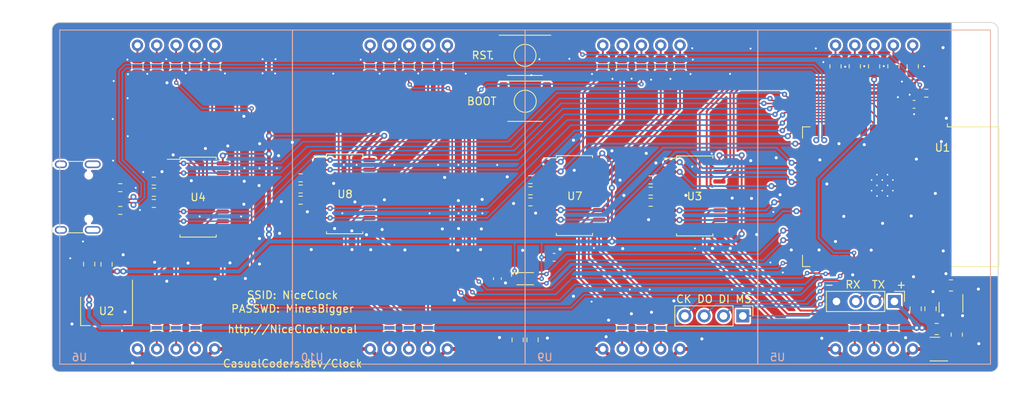
<source format=kicad_pcb>
(kicad_pcb (version 20221018) (generator pcbnew)
  (layers (0 "F.Cu" signal) (31 "B.Cu" signal) (34 "B.Paste" user) (35 "F.Paste" user) (36 "B.SilkS" user "B.Silkscreen") (37 "F.SilkS" user "F.Silkscreen") (38 "B.Mask" user) (39 "F.Mask" user) (44 "Edge.Cuts" user))
  (net 0 "")
  (net 1 "RST")
  (net 2 "GND")
  (net 3 "Net-(U4-f)")
  (net 4 "+3V3")
  (net 5 "Net-(U6-F)")
  (net 6 "Net-(U3-b)")
  (net 7 "Net-(U5-B)")
  (net 8 "Net-(U3-c)")
  (net 9 "Net-(U5-C)")
  (net 10 "Net-(U3-d)")
  (net 11 "Net-(U5-D)")
  (net 12 "Net-(U3-e)")
  (net 13 "Net-(U5-E)")
  (net 14 "Net-(U3-f)")
  (net 15 "Net-(U5-F)")
  (net 16 "Net-(U3-g)")
  (net 17 "Net-(U5-G)")
  (net 18 "Net-(U5-DP)")
  (net 19 "Net-(U4-a)")
  (net 20 "Net-(U6-A)")
  (net 21 "Net-(U4-b)")
  (net 22 "Net-(U6-B)")
  (net 23 "Net-(U4-c)")
  (net 24 "Net-(U6-C)")
  (net 25 "Net-(U4-d)")
  (net 26 "Net-(U6-D)")
  (net 27 "Net-(U4-e)")
  (net 28 "Net-(U6-E)")
  (net 29 "Net-(U3-a)")
  (net 30 "Net-(U5-A)")
  (net 31 "Net-(U4-g)")
  (net 32 "Net-(U6-G)")
  (net 33 "Net-(U6-DP)")
  (net 34 "Net-(U7-a)")
  (net 35 "Net-(U9-A)")
  (net 36 "Net-(U7-b)")
  (net 37 "Net-(U9-B)")
  (net 38 "Net-(U7-c)")
  (net 39 "Net-(U9-C)")
  (net 40 "Net-(U7-d)")
  (net 41 "Net-(U9-D)")
  (net 42 "Net-(U7-e)")
  (net 43 "Net-(U9-E)")
  (net 44 "Net-(U7-f)")
  (net 45 "Net-(U9-F)")
  (net 46 "Net-(U7-g)")
  (net 47 "Net-(U9-G)")
  (net 48 "Net-(U9-DP)")
  (net 49 "Net-(U8-a)")
  (net 50 "Net-(U10-A)")
  (net 51 "Net-(U8-b)")
  (net 52 "Net-(U10-B)")
  (net 53 "Net-(Q2-G)")
  (net 54 "Net-(U8-g)")
  (net 55 "Net-(U10-G)")
  (net 56 "Net-(U10-DP)")
  (net 57 "Net-(U8-f)")
  (net 58 "Net-(U10-F)")
  (net 59 "Net-(U8-e)")
  (net 60 "Net-(U10-E)")
  (net 61 "Net-(U8-d)")
  (net 62 "Net-(U10-D)")
  (net 63 "Net-(U8-c)")
  (net 64 "Net-(U10-C)")
  (net 65 "Net-(Q1-G)")
  (net 66 "Net-(Q2-D)")
  (net 67 "Net-(U3-RBI)")
  (net 68 "Net-(U8-BI)")
  (net 69 "LED")
  (net 70 "Net-(U8-LT)")
  (net 71 "Net-(U8-RBI)")
  (net 72 "Net-(U7-LT)")
  (net 73 "Net-(U7-BI)")
  (net 74 "Net-(U7-RBI)")
  (net 75 "Net-(J1-CC2)")
  (net 76 "Net-(J1-CC1)")
  (net 77 "Net-(U3-LT)")
  (net 78 "Net-(U3-BI)")
  (net 79 "Net-(U4-RBI)")
  (net 80 "Net-(U4-BI)")
  (net 81 "Net-(U4-LT)")
  (net 82 "CC")
  (net 83 "VBUS")
  (net 85 "D+")
  (net 86 "D-")
  (net 89 "Net-(U1-IO0)")
  (net 90 "TMS")
  (net 91 "TDI")
  (net 92 "TDO")
  (net 93 "TCK")
  (net 94 "TX")
  (net 95 "RX")
  (net 96 "A1")
  (net 97 "B1")
  (net 98 "C1")
  (net 99 "D1")
  (net 100 "A2")
  (net 101 "B2")
  (net 102 "C2")
  (net 103 "D2")
  (net 104 "A3")
  (net 105 "B3")
  (net 106 "C3")
  (net 107 "D3")
  (net 108 "A4")
  (net 109 "B4")
  (net 110 "C4")
  (net 111 "D4")
  (net 113 "SDA")
  (net 114 "SCL")
  (net 119 "IO38")
  (net 120 "IO35")
  (net 121 "IO37")
  (net 122 "IO36")
  (footprint "Capacitor_SMD:C_0603_1608Metric" (layer "F.Cu") (at 259.1816 91.1098 180)
    (fp_text reference "C3" hide)
    (fp_text value "100n")
  )
  (footprint "Resistor_SMD:R_0805_2012Metric" (layer "F.Cu") (at 228.3968 86.106 90)
    (fp_text reference "R41" hide)
    (fp_text value "100")
  )
  (footprint "Resistor_SMD:R_0603_1608Metric" (layer "F.Cu") (at 260.7818 89.6366)
    (fp_text reference "R3" hide)
    (fp_text value "10k")
  )
  (footprint "Package_TO_SOT_SMD:SOT-23" (layer "F.Cu") (at 261.9206 123.3424 180)
    (fp_text reference "Q1" hide)
    (fp_text value "C15127" hide)
  )
  (footprint "Resistor_SMD:R_0603_1608Metric" (layer "F.Cu") (at 159.1818 104.1654)
    (fp_text reference "R12" hide)
    (fp_text value "R" hide)
  )
  (footprint "Resistor_SMD:R_0603_1608Metric" (layer "F.Cu") (at 208.7118 102.489)
    (fp_text reference "R33" hide)
    (fp_text value "R" hide)
  )
  (footprint "Resistor_SMD:R_0805_2012Metric" (layer "F.Cu") (at 167.1828 86.106 90)
    (fp_text reference "R27" hide)
    (fp_text value "100" hide)
  )
  (footprint "Package_SO:SOIC-16_4.55x10.3mm_P1.27mm" (layer "F.Cu") (at 230.3272 103.1748)
    (fp_text reference "U3")
    (fp_text value "74LS47")
  )
  (footprint "Resistor_SMD:R_0805_2012Metric" (layer "F.Cu") (at 162.1028 120.5484 -90)
    (fp_text reference "R24" hide)
    (fp_text value "100")
  )
  (footprint "Resistor_SMD:R_0603_1608Metric" (layer "F.Cu") (at 154.7622 105.0798)
    (fp_text reference "R2" hide)
    (fp_text value "5k1")
  )
  (footprint "Resistor_SMD:R_0603_1608Metric" (layer "F.Cu") (at 154.7622 102.0826)
    (fp_text reference "R1" hide)
    (fp_text value "5k1")
  )
  (footprint "Resistor_SMD:R_0805_2012Metric" (layer "F.Cu") (at 197.7898 86.106 90)
    (fp_text reference "R49" hide)
    (fp_text value "100")
  )
  (footprint "Ian's Custom Components:5.2mm_Tactile_Push_Button" (layer "F.Cu") (at 208.0006 84.6582)
    (fp_text reference "SW2" hide)
    (fp_text value "SW_Push" hide)
  )
  (footprint "Resistor_SMD:R_0805_2012Metric" (layer "F.Cu") (at 192.7098 120.5484 -90)
    (fp_text reference "R46" hide)
    (fp_text value "100")
  )
  (footprint "Resistor_SMD:R_0805_2012Metric" (layer "F.Cu") (at 253.9238 86.106 90)
    (fp_text reference "R20" hide)
    (fp_text value "1000")
  )
  (footprint "Resistor_SMD:R_0805_2012Metric" (layer "F.Cu") (at 187.6298 86.106 90)
    (fp_text reference "R44" hide)
    (fp_text value "100")
  )
  (footprint "Resistor_SMD:R_0805_2012Metric" (layer "F.Cu") (at 251.3838 120.5484 -90)
    (fp_text reference "R15" hide)
    (fp_text value "100")
  )
  (footprint "Resistor_SMD:R_0603_1608Metric" (layer "F.Cu") (at 208.7118 101.0158)
    (fp_text reference "R32" hide)
    (fp_text value "R" hide)
  )
  (footprint "Resistor_SMD:R_0603_1608Metric" (layer "F.Cu") (at 178.4858 100.7872)
    (fp_text reference "R29" hide)
    (fp_text value "R" hide)
  )
  (footprint "Resistor_SMD:R_0805_2012Metric" (layer "F.Cu") (at 264.7931 121.4374 90)
    (fp_text reference "R5" hide)
    (fp_text value "47k" hide)
  )
  (footprint "Resistor_SMD:R_0805_2012Metric" (layer "F.Cu") (at 159.5628 86.106 90)
    (fp_text reference "R21" hide)
    (fp_text value "100" hide)
  )
  (footprint "Resistor_SMD:R_0805_2012Metric" (layer "F.Cu") (at 218.2368 86.106 90)
    (fp_text reference "R36" hide)
    (fp_text value "100")
  )
  (footprint "Resistor_SMD:R_0805_2012Metric" (layer "F.Cu") (at 192.7098 86.106 90)
    (fp_text reference "R50" hide)
    (fp_text value "1000")
  )
  (footprint "Package_SO:SOIC-16_4.55x10.3mm_P1.27mm" (layer "F.Cu") (at 184.277 102.8954)
    (fp_text reference "U8")
    (fp_text value "74LS47")
  )
  (footprint "Capacitor_SMD:C_0805_2012Metric" (layer "F.Cu") (at 208.9912 122.1232 90)
    (fp_text reference "C9" hide)
    (fp_text value "C")
  )
  (footprint "Resistor_SMD:R_0805_2012Metric" (layer "F.Cu") (at 251.3838 86.106 90)
    (fp_text reference "R13" hide)
    (fp_text value "100")
  )
  (footprint "Capacitor_SMD:C_0805_2012Metric" (layer "F.Cu") (at 207.0354 122.1232 90)
    (fp_text reference "C8" hide)
    (fp_text value "C")
  )
  (footprint "Resistor_SMD:R_0805_2012Metric" (layer "F.Cu") (at 159.5628 120.5484 -90)
    (fp_text reference "R23" hide)
    (fp_text value "100")
  )
  (footprint "Resistor_SMD:R_0603_1608Metric" (layer "F.Cu") (at 224.536 102.5398)
    (fp_text reference "R8" hide)
    (fp_text value "R" hide)
  )
  (footprint "Capacitor_SMD:C_0603_1608Metric" (layer "F.Cu") (at 211.836 111.252)
    (fp_text reference "C5" hide)
    (fp_text value "100n" hide)
  )
  (footprint "Ian's Custom Components:WSOF6" (layer "F.Cu") (at 208.026 114.0714 -90)
    (fp_text reference "PD1" hide)
    (fp_text value "BH1730" hide)
  )
  (footprint "Package_TO_SOT_SMD:SOT-223-3_TabPin2" (layer "F.Cu") (at 152.9588 118.3386 -90)
    (fp_text reference "U2")
    (fp_text value "AMS1117-3.3")
  )
  (footprint "Capacitor_SMD:C_0805_2012Metric" (layer "F.Cu") (at 259.3848 118.0338 90)
    (fp_text reference "C6" hide)
    (fp_text value "C")
  )
  (footprint "Connector_PinHeader_2.54mm:PinHeader_1x04_P2.54mm_Vertical" (layer "F.Cu") (at 236.6518 118.9736 -90)
    (fp_text reference "J3" hide)
    (fp_text value "Conn_01x04")
  )
  (footprint "Resistor_SMD:R_0603_1608Metric" (layer "F.Cu") (at 224.536 104.013)
    (fp_text reference "R9" hide)
    (fp_text value "R" hide)
  )
  (footprint "Capacitor_SMD:C_0805_2012Metric" (layer "F.Cu") (at 150.6728 112.1562 90)
    (fp_text reference "C1" hide)
    (fp_text value "10u" hide)
  )
  (footprint "Resistor_SMD:R_0805_2012Metric" (layer "F.Cu") (at 225.8568 86.106 90)
    (fp_text reference "R40" hide)
    (fp_text value "100")
  )
  (footprint "Connector_USB:USB_C_Receptacle_HRO_TYPE-C-31-M-12" (layer "F.Cu") (at 148.0046 103.3272 -90)
    (fp_text reference "J1" hide)
    (fp_text value "USB_C_Receptacle_USB2.0")
  )
  (footprint "Resistor_SMD:R_0805_2012Metric" (layer "F.Cu") (at 256.4638 86.106 90)
    (fp_text reference "R18" hide)
    (fp_text value "100")
  )
  (footprint "Resistor_SMD:R_0603_1608Metric" (layer "F.Cu") (at 159.1818 102.6922)
    (fp_text reference "R11" hide)
    (fp_text value "R" hide)
  )
  (footprint "Resistor_SMD:R_0805_2012Metric" (layer "F.Cu") (at 248.8438 86.106 90)
    (fp_text reference "R14" hide)
    (fp_text value "100")
  )
  (footprint "Ian's Custom Components:5.2mm_Tactile_Push_Button" (layer "F.Cu") (at 208.026 90.7034)
    (fp_text reference "SW1" hide)
    (fp_text value "SW_Push" hide)
  )
  (footprint "Resistor_SMD:R_0603_1608Metric" (layer "F.Cu") (at 178.4858 102.2604)
    (fp_text reference "R30" hide)
    (fp_text value "R" hide)
  )
  (footprint "Capacitor_SMD:C_0805_2012Metric" (layer "F.Cu") (at 152.9588 112.1664 90)
    (fp_text reference "C2" hide)
    (fp_text value "10u" hide)
  )
  (footprint "Resistor_SMD:R_0805_2012Metric" (layer "F.Cu") (at 225.8568 120.5484 -90)
    (fp_text reference "R39" hide)
    (fp_text value "100")
  )
  (footprint "Resistor_SMD:R_0805_2012Metric" (layer "F.Cu") (at 264.0349 114.9604 180)
    (fp_text reference "R4" hide)
    (fp_text value "47k" hide)
  )
  (footprint "Package_TO_SOT_SMD:SOT-23" (layer "F.Cu") (at 264.033 117.8306 -90)
    (fp_text reference "Q2" hide)
    (fp_text value "C8545" hide)
  )
  (footprint "Resistor_SMD:R_0603_1608Metric" (layer "F.Cu") (at 178.4858 103.7336)
    (fp_text reference "R31" hide)
    (fp_text value "R" hide)
  )
  (footprint "Resistor_SMD:R_0805_2012Metric" (layer "F.Cu") (at 190.1698 86.106 90)
    (fp_text reference "R43" hide)
    (fp_text value "100")
  )
  (footprint "Resistor_SMD:R_0805_2012Metric" (layer "F.Cu") (at 164.6428 120.5484 -90)
    (fp_text reference "R25" hide)
    (fp_text value "100")
  )
  (footprint "Connector_PinHeader_2.54mm:PinHeader_1x04_P2.54mm_Vertical" (layer "F.Cu") (at 256.5908 117.0686 -90)
    (fp_text reference "J2" hide)
    (fp_text value "Conn_01x04")
  )
  (footprint "Resistor_SMD:R_0805_2012Metric" (layer "F.Cu") (at 259.0038 86.106 90)
    (fp_text reference "R19" hide)
    (fp_text value "100")
  )
  (footprint "Resistor_SMD:R_0805_2012Metric" (layer "F.Cu") (at 195.2498 86.106 90)
    (fp_text reference "R48" hide)
    (fp_text value "100")
  )
  (footprint "Resistor_SMD:R_0805_2012Metric" (layer "F.Cu") (at 220.7768 120.5484 -90)
    (fp_text reference "R37" hide)
    (fp_text value "100")
  )
  (footprint "Resistor_SMD:R_0603_1608Metric" (layer "F.Cu") (at 208.7118 103.9622)
    (fp_text reference "R34" hide)
    (fp_text value "R" hide)
  )
  (footprint "Resistor_SMD:R_0603_1608Metric" (layer "F.Cu") (at 159.1818 101.219)
    (fp_text reference "R10" hide)
    (fp_text value "R" hide)
  )
  (footprint "Resistor_SMD:R_0805_2012Metric" (layer "F.Cu") (at 190.1698 120.5484 -90)
    (fp_text reference "R45" hide)
    (fp_text value "100")
  )
  (footprint "Resistor_SMD:R_0603_1608Metric" (layer "F.Cu") (at 224.536 101.0666)
    (fp_text reference "R7" hide)
    (fp_text value "R" hide)
  )
  (footprint "Capacitor_SMD:C_0805_2012Metric" (layer "F.Cu") (at 261.3406 118.0338 90)
    (fp_text reference "C7" hide)
    (fp_text value "C")
  )
  (footprint "Resistor_SMD:R_0805_2012Metric" (layer "F.Cu") (at 164.6428 86.106 90)
    (fp_text reference "R26" hide)
    (fp_text value "100" hide)
  )
  (footprint "Resistor_SMD:R_0805_2012Metric" (layer "F.Cu") (at 195.2498 120.5484 -90)
    (fp_text reference "R47" hide)
    (fp_text value "100")
  )
  (footprint "Package_SO:SOIC-16_4.55x10.3mm_P1.27mm" (layer "F.Cu") (at 214.503 103.124)
    (fp_text reference "U7")
    (fp_text value "74LS47")
  )
  (footprint "Resistor_SMD:R_0805_2012Metric" (layer "F.Cu") (at 223.3168 120.5484 -90)
    (fp_text reference "R38" hide)
    (fp_text value "100")
  )
  (footprint "Resistor_SMD:R_0805_2012Metric" (layer "F.Cu") (at 223.3168 86.106 90)
    (fp_text reference "R42" hide)
    (fp_text value "1000")
  )
  (footprint "Capacitor_SMD:C_0603_1608Metric" (layer "F.Cu") (at 204.3684 114.0714 -90)
    (fp_text reference "C4" hide)
    (fp_text value "100n" hide)
  )
  (footprint "Resistor_SMD:R_0805_2012Metric" (layer "F.Cu") (at 162.1028 86.106 90)
    (fp_text reference "R28" hide)
    (fp_text value "1000" hide)
  )
  (footprint "Resistor_SMD:R_0805_2012Metric" (layer "F.Cu") (at 262.1534 120.7008 180)
    (fp_text reference "R6" hide)
    (fp_text value "47k" hide)
  )
  (footprint "Resistor_SMD:R_0805_2012Metric" (layer "F.Cu") (at 220.7768 86.106 90)
    (fp_text reference "R35" hide)
    (fp_text value "100")
  )
  (footprint "Resistor_SMD:R_0805_2012Metric" (layer "F.Cu") (at 157.0228 86.106 90)
    (fp_text reference "R22" hide)
    (fp_text value "100" hide)
  )
  (footprint "RF_Module:ESP32-S3-WROOM-1" (layer "F.Cu") (at 257.4544 103.2764 -90)
    (fp_text reference "U1")
    (fp_text value "ESP32-S2-SOLO-2")
  )
  (footprint "Resistor_SMD:R_0805_2012Metric" (layer "F.Cu") (at 253.9238 120.5484 -90)
    (fp_text reference "R16" hide)
    (fp_text value "100")
  )
  (footprint "Resistor_SMD:R_0805_2012Metric" (layer "F.Cu") (at 256.4638 120.5484 -90)
    (fp_text reference "R17" hide)
    (fp_text value "100")
  )
  (footprint "Package_SO:SOIC-16_4.55x10.3mm_P1.27mm" (layer "F.Cu") (at 164.9984 103.3272)
    (fp_text reference "U4")
    (fp_text value "74LS47")
  )
  (footprint "Ian's Custom Components:Segment_Display_1-5_inch" (layer "B.Cu") (at 253.9238 103.3272 180)
    (fp_text reference "U5")
    (fp_text value "SBC18-11SURKCGKWA")
  )
  (footprint "Ian's Custom Components:Segment_Display_1-5_inch" (layer "B.Cu") (at 192.7098 103.3272 180)
    (fp_text reference "U10")
    (fp_text value "SBC18-11SURKCGKWA")
  )
  (footprint "Ian's Custom Components:Segment_Display_1-5_inch" (layer "B.Cu") (at 223.3168 103.3272 180)
    (fp_text reference "U9")
    (fp_text value "SBC18-11SURKCGKWA")
  )
  (footprint "Ian's Custom Components:Segment_Display_1-5_inch" (layer "B.Cu") (at 162.1028 103.3272 180)
    (fp_text reference "U6")
    (fp_text value "SBC18-11SURKCGKWA")
  )
  (gr_poly (pts (xy 262.0518 119.4816) (xy 261.747 120.015) (xy 261.747 121.3866) (xy 260.731 121.3866) (xy 260.7284 120.8024) (xy 259.4356 120.8024) (xy 258.6736 119.4816) (xy 258.6736 118.491) (xy 262.0518 118.491)) (stroke (width 0.02)) (fill solid) (layer "F.Cu"))
  (gr_line (start 270.24 81.3308) (end 270.24 125.323599) (stroke (width 0.1)) (layer "Edge.Cuts"))
  (gr_arc (start 146.786601 126.323599) (mid 146.079494 126.030706) (end 145.786601 125.323599) (stroke (width 0.1)) (layer "Edge.Cuts"))
  (gr_arc (start 269.24 80.3308) (mid 269.947107 80.623693) (end 270.24 81.3308) (stroke (width 0.1)) (layer "Edge.Cuts"))
  (gr_line (start 146.786601 80.3308) (end 269.24 80.3308) (stroke (width 0.1)) (layer "Edge.Cuts"))
  (gr_line (start 145.786601 125.323599) (end 145.786601 81.3308) (stroke (width 0.1)) (layer "Edge.Cuts"))
  (gr_arc (start 145.786601 81.3308) (mid 146.079494 80.623693) (end 146.786601 80.3308) (stroke (width 0.1)) (layer "Edge.Cuts"))
  (gr_arc (start 270.24 125.323599) (mid 269.947107 126.030706) (end 269.24 126.323599) (stroke (width 0.1)) (layer "Edge.Cuts"))
  (gr_line (start 269.24 126.323599) (end 146.786601 126.323599) (stroke (width 0.1)) (layer "Edge.Cuts"))
  (gr_text "http://NiceClock.local" (at 177.419 120.7262) (layer "F.SilkS") (effects (font (size 1 1))))
  (gr_text "CasualCoders.dev/Clock" (at 177.419 125.2474) (layer "F.SilkS") (effects (font (size 1 1))))
  (gr_text "CK DO DI MS" (at 232.8418 116.7638) (layer "F.SilkS") (effects (font (size 1 1))))
  (gr_text "-  RX  TX  +" (at 252.7554 114.8588) (layer "F.SilkS") (effects (font (size 1 1))))
  (gr_text "SSID: NiceClock" (at 177.419 116.2304) (layer "F.SilkS") (effects (font (size 1 1))))
  (gr_text "BOOT" (at 202.311 90.7034) (layer "F.SilkS") (effects (font (size 1 1))))
  (gr_text "PASSWD: MinesBigger" (at 177.419 118.0338) (layer "F.SilkS") (effects (font (size 1 1))))
  (gr_text "RST\n" (at 202.3618 84.6582) (layer "F.SilkS") (effects (font (size 1 1))))
  (segment (start 259.9568 88.5576) (end 259.9436 88.5444) (width 0.2) (layer "F.Cu") (net 1))
  (segment (start 213.7214 82.7082) (end 215.5698 84.5566) (width 0.2) (layer "F.Cu") (net 1))
  (segment (start 259.9568 91.1096) (end 259.9566 91.1098) (width 0.2) (layer "F.Cu") (net 1))
  (segment (start 260.1744 91.3276) (end 259.9566 91.1098) (width 0.2) (layer "F.Cu") (net 1))
  (segment (start 260.1744 94.5264) (end 260.1744 91.3276) (width 0.2) (layer "F.Cu") (net 1))
  (segment (start 259.9568 89.6366) (end 259.9568 91.1096) (width 0.2) (layer "F.Cu") (net 1))
  (segment (start 259.9568 89.6366) (end 259.9568 88.5576) (width 0.2) (layer "F.Cu") (net 1))
  (segment (start 210.8506 82.7082) (end 213.7214 82.7082) (width 0.2) (layer "F.Cu") (net 1))
  (via (at 259.9436 88.5444) (size 0.6) (drill 0.25) (layers "F.Cu" "B.Cu") (net 1))
  (via (at 215.5698 84.5566) (size 0.6) (drill 0.25) (layers "F.Cu" "B.Cu") (net 1))
  (segment (start 259.9436 88.5444) (end 255.9558 84.5566) (width 0.2) (layer "B.Cu") (net 1))
  (segment (start 255.9558 84.5566) (end 215.5698 84.5566) (width 0.2) (layer "B.Cu") (net 1))
  (via (at 227.584 116.9924) (size 0.8) (drill 0.4) (layers "F.Cu" "B.Cu") (net 2))
  (via (at 199.2376 99.0854) (size 0.6) (drill 0.25) (layers "F.Cu" "B.Cu") (net 2))
  (via (at 155.7528 95.3008) (size 0.6) (drill 0.25) (layers "F.Cu" "B.Cu") (net 2))
  (via (at 155.1432 110.9218) (size 0.8) (drill 0.4) (layers "F.Cu" "B.Cu") (net 2))
  (via (at 237.6678 83.7692) (size 0.6) (drill 0.25) (layers "F.Cu" "B.Cu") (net 2))
  (via (at 230.0732 85.217) (size 0.6) (drill 0.25) (layers "F.Cu" "B.Cu") (net 2))
  (via (at 213.8426 85.1154) (size 0.6) (drill 0.25) (layers "F.Cu" "B.Cu") (net 2))
  (via (at 240.3856 115.4938) (size 0.6) (drill 0.25) (layers "F.Cu" "B.Cu") (net 2))
  (via (at 171.0944 99.5172) (size 0.6) (drill 0.25) (layers "F.Cu" "B.Cu") (net 2))
  (via (at 235.0008 110.0836) (size 0.8) (drill 0.4) (layers "F.Cu" "B.Cu") (net 2))
  (via (at 204.343 99.0854) (size 0.6) (drill 0.25) (layers "F.Cu" "B.Cu") (net 2))
  (via (at 261.9756 102.8446) (size 0.8) (drill 0.4) (layers "F.Cu" "B.Cu") (net 2))
  (via (at 258.5974 89.8398) (size 0.6) (drill 0.25) (layers "F.Cu" "B.Cu") (net 2))
  (via (at 170.6626 105.8672) (size 0.6) (drill 0.25) (layers "F.Cu" "B.Cu") (net 2))
  (via (at 234.9754 87.0966) (size 0.6) (drill 0.25) (layers "F.Cu" "B.Cu") (net 2))
  (via (at 258.8006 105.8164) (size 0.8) (drill 0.4) (layers "F.Cu" "B.Cu") (net 2))
  (via (at 199.2376 103.7844) (size 0.8) (drill 0.4) (layers "F.Cu" "B.Cu") (net 2))
  (via (at 189.5094 103.6828) (size 0.8) (drill 0.4) (layers "F.Cu" "B.Cu") (net 2))
  (via (at 214.4776 99.7966) (size 0.8) (drill 0.4) (layers "F.Cu" "B.Cu") (net 2))
  (via (at 171.0182 104.267) (size 0.8) (drill 0.4) (layers "F.Cu" "B.Cu") (net 2))
  (via (at 210.947 121.8946) (size 0.8) (drill 0.4) (layers "F.Cu" "B.Cu") (net 2))
  (via (at 183.9722 105.4608) (size 0.6) (drill 0.25) (layers "F.Cu" "B.Cu") (net 2))
  (via (at 197.4342 100.7364) (size 0.8) (drill 0.4) (layers "F.Cu" "B.Cu") (net 2))
  (via (at 171.0182 92.6846) (size 0.8) (drill 0.4) (layers "F.Cu" "B.Cu") (net 2))
  (via (at 267.6906 122.6312) (size 0.8) (drill 0.4) (layers "F.Cu" "B.Cu") (net 2))
  (via (at 240.665 105.283) (size 0.6) (drill 0.25) (layers "F.Cu" "B.Cu") (net 2))
  (via (at 168.91 96.5962) (size 0.8) (drill 0.4) (layers "F.Cu" "B.Cu") (net 2))
  (via (at 160.2486 99.9744) (size 0.8) (drill 0.4) (layers "F.Cu" "B.Cu") (net 2))
  (via (at 237.6932 98.5266) (size 0.8) (drill 0.4) (layers "F.Cu" "B.Cu") (net 2))
  (via (at 199.263 105.4608) (size 0.6) (drill 0.25) (layers "F.Cu" "B.Cu") (net 2))
  (via (at 197.1294 107.5182) (size 0.8) (drill 0.4) (layers "F.Cu" "B.Cu") (net 2))
  (via (at 221.7928 115.4938) (size 0.6) (drill 0.25) (layers "F.Cu" "B.Cu") (net 2))
  (via (at 262.9916 83.6422) (size 0.8) (drill 0.4) (layers "F.Cu" "B.Cu") (net 2))
  (via (at 196.5706 99.0854) (size 0.6) (drill 0.25) (layers "F.Cu" "B.Cu") (net 2))
  (via (at 229.997 83.7184) (size 0.6) (drill 0.25) (layers "F.Cu" "B.Cu") (net 2))
  (via (at 173.0756 112.141) (size 0.8) (drill 0.4) (layers "F.Cu" "B.Cu") (net 2))
  (via (at 221.0054 103.0986) (size 0.8) (drill 0.4) (layers "F.Cu" "B.Cu") (net 2))
  (via (at 258.064 121.8438) (size 0.8) (drill 0.4) (layers "F.Cu" "B.Cu") (net 2))
  (via (at 173.482 85.1662) (size 0.6) (drill 0.25) (layers "F.Cu" "B.Cu") (net 2))
  (via (at 263.017 110.4138) (size 0.8) (drill 0.4) (layers "F.Cu" "B.Cu") (net 2))
  (via (at 188.8744 87.0712) (size 0.6) (drill 0.25) (layers "F.Cu" "B.Cu") (net 2))
  (via (at 229.7684 87.122) (size 0.6) (drill 0.25) (layers "F.Cu" "B.Cu") (net 2))
  (via (at 173.0756 99.5172) (size 0.6) (drill 0.25) (layers "F.Cu" "B.Cu") (net 2))
  (via (at 221.996 118.6942) (size 0.8) (drill 0.4) (layers "F.Cu" "B.Cu") (net 2))
  (via (at 171.069 101.2444) (size 0.8) (drill 0.4) (layers "F.Cu" "B.Cu") (net 2))
  (via (at 189.2046 107.5944) (size 0.8) (drill 0.4) (layers "F.Cu" "B.Cu") (net 2))
  (via (at 223.9518 97.5614) (size 0.8) (drill 0.4) (layers "F.Cu" "B.Cu") (net 2))
  (via (at 262.9408 118.872) (size 0.8) (drill 0.4) (layers "F.Cu" "B.Cu") (net 2))
  (via (at 199.1868 110.3122) (size 0.8) (drill 0.4) (layers "F.Cu" "B.Cu") (net 2))
  (via (at 259.1054 113.8174) (size 0.8) (drill 0.4) (layers "F.Cu" "B.Cu") (net 2))
  (via (at 238.4806 108.2548) (size 0.8) (drill 0.4) (layers "F.Cu" "B.Cu") (net 2))
  (via (at 217.0684 110.0328) (size 0.6) (drill 0.25) (layers "F.Cu" "B.Cu") (net 2))
  (via (at 253.5428 110.3122) (size 0.8) (drill 0.4) (layers "F.Cu" "B.Cu") (net 2))
  (via (at 229.997 99.314) (size 0.6) (drill 0.25) (layers "F.Cu" "B.Cu") (net 2))
  (via (at 190.8302 99.0854) (size 0.6) (drill 0.25) (layers "F.Cu" "B.Cu") (net 2))
  (via (at 173.0248 101.8032) (size 0.8) (drill 0.4) (layers "F.Cu" "B.Cu") (net 2))
  (via (at 259.4864 98.3234) (size 0.8) (drill 0.4) (layers "F.Cu" "B.Cu") (net 2))
  (via (at 235.2294 115.4938) (size 0.6) (drill 0.25) (layers "F.Cu" "B.Cu") (net 2))
  (via (at 156.7942 102.108) (size 0.6) (drill 0.25) (layers "F.Cu" "B.Cu") (net 2))
  (via (at 214.376 116.3828) (size 0.8) (drill 0.4) (layers "F.Cu" "B.Cu") (net 2))
  (via (at 195.453 105.4608) (size 0.6) (drill 0.25) (layers "F.Cu" "B.Cu") (net 2))
  (via (at 187.1472 108.2802) (size 0.8) (drill 0.4) (layers "F.Cu" "B.Cu") (net 2))
  (via (at 206.502 104.1654) (size 0.8) (drill 0.4) (layers "F.Cu" "B.Cu") (net 2))
  (via (at 219.5068 87.757) (size 0.6) (drill 0.25) (layers "F.Cu" "B.Cu") (net 2))
  (via (at 235.2548 103.4542) (size 0.8) (drill 0.4) (layers "F.Cu" "B.Cu") (net 2))
  (via (at 252.6284 96.4184) (size 0.8) (drill 0.4) (layers "F.Cu" "B.Cu") (net 2))
  (via (at 153.8224 98.5266) (size 0.6) (drill 0.25) (layers "F.Cu" "B.Cu") (net 2))
  (via (at 175.3616 99.5172) (size 0.6) (drill 0.25) (layers "F.Cu" "B.Cu") (net 2))
  (via (at 214.376 95.8342) (size 0.8) (drill 0.4) (layers "F.Cu" "B.Cu") (net 2))
  (via (at 241.046 98.1456) (size 0.8) (drill 0.4) (layers "F.Cu" "B.Cu") (net 2))
  (via (at 179.8828 110.236) (size 0.8) (drill 0.4) (layers "F.Cu" "B.Cu") (net 2))
  (via (at 257.048 90.17) (size 0.6) (drill 0.25) (layers "F.Cu" "B.Cu") (net 2))
  (via (at 148.4122 120.0404) (size 0.8) (drill 0.4) (layers "F.Cu" "B.Cu") (net 2))
  (via (at 160.8074 85.1662) (size 0.6) (drill 0.25) (layers "F.Cu" "B.Cu") (net 2))
  (via (at 246.253 83.7438) (size 0.6) (drill 0.25) (layers "F.Cu" "B.Cu") (net 2))
  (via (at 156.3878 125.1966) (size 0.8) (drill 0.4) (layers "F.Cu" "B.Cu") (net 2))
  (via (at 251.1044 113.5634) (size 0.8) (drill 0.4) (layers "F.Cu" "B.Cu") (net 2))
  (via (at 261.6708 115.7732) (size 0.8) (drill 0.4) (layers "F.Cu" "B.Cu") (net 2))
  (via (at 149.86 109.1692) (size 0.6) (drill 0.25) (layers "F.Cu" "B.Cu") (net 2))
  (via (at 243.0272 110.2868) (size 0.8) (drill 0.4) (layers "F.Cu" "B.Cu") (net 2))
  (via (at 208.8388 87.2744) (size 0.6) (drill 0.25) (layers "F.Cu" "B.Cu") (net 2))
  (via (at 237.7948 103.505) (size 0.8) (drill 0.4) (layers "F.Cu" "B.Cu") (net 2))
  (via (at 241.554 103.0224) (size 0.8) (drill 0.4) (layers "F.Cu" "B.Cu") (net 2))
  (via (at 260.5024 86.106) (size 0.6) (drill 0.25) (layers "F.Cu" "B.Cu") (net 2))
  (via (at 198.7042 116.8908) (size 0.8) (drill 0.4) (layers "F.Cu" "B.Cu") (net 2))
  (via (at 262.763 96.012) (size 0.8) (drill 0.4) (layers "F.Cu" "B.Cu") (net 2))
  (via (at 200.2028 87.0712) (size 0.6) (drill 0.25) (layers "F.Cu" "B.Cu") (net 2))
  (via (at 250.1138 86.1568) (size 0.6) (drill 0.25) (layers "F.Cu" "B.Cu") (net 2))
  (via (at 160.8836 114.4016) (size 0.8) (drill 0.4) (layers "F.Cu" "B.Cu") (net 2))
  (via (at 247.2436 85.5472) (size 0.6) (drill 0.25) (layers "F.Cu" "B.Cu") (net 2))
  (via (at 243.2558 115.5192) (size 0.6) (drill 0.25) (layers "F.Cu" "B.Cu") (net 2))
  (via (at 259.1816 92.4052) (size 0.6) (drill 0.25) (layers "F.Cu" "B.Cu") (net 2))
  (via (at 163.6776 112.014) (size 0.8) (drill 0.4) (layers "F.Cu" "B.Cu") (net 2))
  (via (at 255.1938 86.0806) (size 0.6) (drill 0.25) (layers "F.Cu" "B.Cu") (net 2))
  (via (at 155.7274 90.297) (size 0.6) (drill 0.25) (layers "F.Cu" "B.Cu") (net 2))
  (via (at 249.301 96.2914) (size 0.8) (drill 0.4) (layers "F.Cu" "B.Cu") (net 2))
  (via (at 219.4306 97.2312) (size 0.8) (drill 0.4) (layers "F.Cu" "B.Cu") (net 2))
  (via (at 202.1586 110.236) (size 0.8) (drill 0.4) (layers "F.Cu" "B.Cu") (net 2))
  (via (at 165.9636 96.9264) (size 0.8) (drill 0.4) (layers "F.Cu" "B.Cu") (net 2))
  (via (at 249.936 105.8672) (size 0.8) (drill 0.4) (layers "F.Cu" "B.Cu") (net 2))
  (via (at 186.3852 85.217) (size 0.6) (drill 0.25) (layers "F.Cu" "B.Cu") (net 2))
  (via (at 191.4398 85.1916) (size 0.6) (drill 0.25) (layers "F.Cu" "B.Cu") (net 2))
  (via (at 257.5814 88.1126) (size 0.6) (drill 0.25) (layers "F.Cu" "B.Cu") (net 2))
  (via (at 267.6398 115.443) (size 0.8) (drill 0.4) (layers "F.Cu" "B.Cu") (net 2))
  (via (at 185.8518 99.0854) (size 0.6) (drill 0.25) (layers "F.Cu" "B.Cu") (net 2))
  (via (at 232.664 110.0836) (size 0.8) (drill 0.4) (layers "F.Cu" "B.Cu") (net 2))
  (via (at 231.267 121.9962) (size 0.8) (drill 0.4) (layers "F.Cu" "B.Cu") (net 2))
  (via (at 209.3976 105.4354) (size 0.8) (drill 0.4) (layers "F.Cu" "B.Cu") (net 2))
  (via (at 209.9056 85.1662) (size 0.6) (drill 0.25) (layers "F.Cu" "B.Cu") (net 2))
  (via (at 159.2834 111.9124) (size 0.8) (drill 0.4) (layers "F.Cu" "B.Cu") (net 2))
  (via (at 220.4974 101.092) (size 0.8) (drill 0.4) (layers "F.Cu" "B.Cu") (net 2))
  (via (at 204.6478 121.8184) (size 0.8) (drill 0.4) (layers "F.Cu" "B.Cu") (net 2))
  (via (at 230.3526 110.0836) (size 0.6) (drill 0.25) (layers "F.Cu" "B.Cu") (net 2))
  (via (at 187.706 110.2614) (size 0.8) (drill 0.4) (layers "F.Cu" "B.Cu") (net 2))
  (via (at 199.263 107.4674) (size 0.8) (drill 0.4) (layers "F.Cu" "B.Cu") (net 2))
  (via (at 196.5198 85.1662) (size 0.6) (drill 0.25) (layers "F.Cu" "B.Cu") (net 2))
  (via (at 207.6958 110.3376) (size 0.8) (drill 0.4) (layers "F.Cu" "B.Cu") (net 2))
  (via (at 224.409 115.4938) (size 0.6) (drill 0.25) (layers "F.Cu" "B.Cu") (net 2))
  (via (at 227.1268 87.757) (size 0.6) (drill 0.25) (layers "F.Cu" "B.Cu") (net 2))
  (via (at 173.482 87.0204) (size 0.6) (drill 0.25) (layers "F.Cu" "B.Cu") (net 2))
  (via (at 205.6638 100.6602) (size 0.8) (drill 0.4) (layers "F.Cu" "B.Cu") (net 2))
  (via (at 173.101 96.2914) (size 0.8) (drill 0.4) (layers "F.Cu" "B.Cu") (net 2))
  (via (at 252.6284 86.0806) (size 0.6) (drill 0.25) (layers "F.Cu" "B.Cu") (net 2))
  (via (at 202.3872 105.4608) (size 0.6) (drill 0.25) (layers "F.Cu" "B.Cu") (net 2))
  (via (at 237.9472 115.4938) (size 0.6) (drill 0.25) (layers "F.Cu" "B.Cu") (net 2))
  (via (at 163.3728 87.0204) (size 0.6) (drill 0.25) (layers "F.Cu" "B.Cu") (net 2))
  (via (at 248.8438 109.1692) (size 0.8) (drill 0.4) (layers "F.Cu" "B.Cu") (net 2))
  (via (at 158.3182 87.0966) (size 0.6) (drill 0.25) (layers "F.Cu" "B.Cu") (net 2))
  (via (at 246.6848 110.2868) (size 0.8) (drill 0.4) (layers "F.Cu" "B.Cu") (net 2))
  (via (at 203.6572 85.1154) (size 0.6) (drill 0.25) (layers "F.Cu" "B.Cu") (net 2))
  (via (at 177.3936 96.1136) (size 0.8) (drill 0.4) (layers "F.Cu" "B.Cu") (net 2))
  (via (at 185.6232 103.9622) (size 0.8) (drill 0.4) (layers "F.Cu" "B.Cu") (net 2))
  (via (at 193.9544 87.0458) (size 0.6) (drill 0.25) (layers "F.Cu" "B.Cu") (net 2))
  (via (at 165.2016 105.8672) (size 0.6) (drill 0.25) (layers "F.Cu" "B.Cu") (net 2))
  (via (at 153.8986 88.0364) (size 0.6) (drill 0.25) (layers "F.Cu" "B.Cu") (net 2))
  (via (at 232.5624 97.5868) (size 0.6) (drill 0.25) (layers "F.Cu" "B.Cu") (net 2))
  (via (at 222.0214 87.7316) (size 0.6) (drill 0.25) (layers "F.Cu" "B.Cu") (net 2))
  (via (at 241.9096 113.2586) (size 0.6) (drill 0.25) (layers "F.Cu" "B.Cu") (net 2))
  (via (at 157.353 105.029) (size 0.6) (drill 0.25) (layers "F.Cu" "B.Cu") (net 2))
  (via (at 182.7784 87.0712) (size 0.6) (drill 0.25) (layers "F.Cu" "B.Cu") (net 2))
  (via (at 179.3748 105.2576) (size 0.8) (drill 0.4) (layers "F.Cu" "B.Cu") (net 2))
  (via (at 184.1754 99.0854) (size 0.6) (drill 0.25) (layers "F.Cu" "B.Cu") (net 2))
  (via (at 185.2168 107.7722) (size 0.8) (drill 0.4) (layers "F.Cu" "B.Cu") (net 2))
  (via (at 175.9458 103.9368) (size 0.8) (drill 0.4) (layers "F.Cu" "B.Cu") (net 2))
  (via (at 229.1588 103.0986) (size 0.8) (drill 0.4) (layers "F.Cu" "B.Cu") (net 2))
  (via (at 155.7782 87.1474) (size 0.6) (drill 0.25) (layers "F.Cu" "B.Cu") (net 2))
  (via (at 173.0756 108.7882) (size 0.8) (drill 0.4) (layers "F.Cu" "B.Cu") (net 2))
  (via (at 225.2218 98.8314) (size 0.8) (drill 0.4) (layers "F.Cu" "B.Cu") (net 2))
  (via (at 175.133 87.0458) (size 0.6) (drill 0.25) (layers "F.Cu" "B.Cu") (net 2))
  (via (at 155.702 85.217) (size 0.6) (drill 0.25) (layers "F.Cu" "B.Cu") (net 2))
  (via (at 216.8144 87.122) (size 0.6) (drill 0.25) (layers "F.Cu" "B.Cu") (net 2))
  (via (at 182.9562 107.4674) (size 0.8) (drill 0.4) (layers "F.Cu" "B.Cu") (net 2))
  (via (at 168.529 87.0458) (size 0.6) (drill 0.25) (layers "F.Cu" "B.Cu") (net 2))
  (via (at 218.6686 121.7168) (size 0.8) (drill 0.4) (layers "F.Cu" "B.Cu") (net 2))
  (via (at 247.0404 121.92) (size 0.8) (drill 0.4) (layers "F.Cu" "B.Cu") (net 2))
  (via (at 175.7172 108.1024) (size 0.8) (drill 0.4) (layers "F.Cu" "B.Cu") (net 2))
  (via (at 240.284 111.9378) (size 0.6) (drill 0.25) (layers "F.Cu" "B.Cu") (net 2))
  (via (at 247.7008 101.6) (size 0.8) (drill 0.4) (layers "F.Cu" "B.Cu") (net 2))
  (via (at 224.5868 87.8586) (size 0.6) (drill 0.25) (layers "F.Cu" "B.Cu") (net 2))
  (via (at 202.2602 107.5182) (size 0.8) (drill 0.4) (layers "F.Cu" "B.Cu") (net 2))
  (via (at 161.7218 97.7646) (size 0.8) (drill 0.4) (layers "F.Cu" "B.Cu") (net 2))
  (via (at 157.7848 100.0252) (size 0.6) (drill 0.25) (layers "F.Cu" "B.Cu") (net 2))
  (via (at 246.7864 98.425) (size 0.8) (drill 0.4) (layers "F.Cu" "B.Cu") (net 2))
  (via (at 265.557 118.9482) (size 0.8) (drill 0.4) (layers "F.Cu" "B.Cu") (net 2))
  (via (at 167.2336 114.1222) (size 0.8) (drill 0.4) (layers "F.Cu" "B.Cu") (net 2))
  (via (at 165.862 85.1662) (size 0.6) (drill 0.25) (layers "F.Cu" "B.Cu") (net 2))
  (via (at 224.6376 118.491) (size 0.8) (drill 0.4) (layers "F.Cu" "B.Cu") (net 2))
  (via (at 205.4352 114.6302) (size 0.8) (drill 0.4) (layers "F.Cu" "B.Cu") (net 2))
  (via (at 169.1894 111.9886) (size 0.8) (drill 0.4) (layers "F.Cu" "B.Cu") (net 2))
  (via (at 171.2214 114.046) (size 0.8) (drill 0.4) (layers "F.Cu" "B.Cu") (net 2))
  (via (at 192.2018 110.2868) (size 0.8) (drill 0.4) (layers "F.Cu" "B.Cu") (net 2))
  (via (at 148.1836 111.379) (size 0.6) (drill 0.25) (layers "F.Cu" "B.Cu") (net 2))
  (via (at 263.3726 113.411) (size 0.8) (drill 0.4) (layers "F.Cu" "B.Cu") (net 2))
  (via (at 263.4234 92.9386) (size 0.8) (drill 0.4) (layers "F.Cu" "B.Cu") (net 2))
  (via (at 185.2422 110.236) (size 0.8) (drill 0.4) (layers "F.Cu" "B.Cu") (net 2))
  (via (at 182.8292 101.5238) (size 0.8) (drill 0.4) (layers "F.Cu" "B.Cu") (net 2))
  (via (at 155.3972 118.4402) (size 0.8) (drill 0.4) (layers "F.Cu" "B.Cu") (net 2))
  (via (at 175.5902 97.8662) (size 0.8) (drill 0.4) (layers "F.Cu" "B.Cu") (net 2))
  (via (at 255.0414 106.7816) (size 0.8) (drill 0.4) (layers "F.Cu" "B.Cu") (net 2))
  (via (at 216.7636 117.094) (size 0.6) (drill 0.25) (layers "F.Cu" "B.Cu") (net 2))
  (via (at 220.853 110.109) (size 0.8) (drill 0.4) (layers "F.Cu" "B.Cu") (net 2))
  (via (at 153.7716 93.0402) (size 0.6) (drill 0.25) (layers "F.Cu" "B.Cu") (net 2))
  (via (at 218.4654 115.5192) (size 0.6) (drill 0.25) (layers "F.Cu" "B.Cu") (net 2))
  (via (at 202.3618 103.632) (size 0.8) (drill 0.4) (layers "F.Cu" "B.Cu") (net 2))
  (via (at 212.598 110.1852) (size 0.8) (drill 0.4) (layers "F.Cu" "B.Cu") (net 2))
  (via (at 218.9988 119.5324) (size 0.8) (drill 0.4) (layers "F.Cu" "B.Cu") (net 2))
  (via (at 160.909 88.265) (size 0.8) (drill 0.4) (layers "F.Cu" "B.Cu") (net 2))
  (via (at 175.1838 85.1662) (size 0.6) (drill 0.25) (layers "F.Cu" "B.Cu") (net 2))
  (via (at 164.1094 101.1682) (size 0.8) (drill 0.4) (layers "F.Cu" "B.Cu") (net 2))
  (via (at 224.2566 106.299) (size 0.8) (drill 0.4) (layers "F.Cu" "B.Cu") (net 2))
  (segment (start 167.3352 100.1522) (end 166.8526 99.6696) (width 0.25) (layer "F.Cu") (net 3))
  (segment (start 166.8526 89.2283) (end 164.6428 87.0185) (width 0.25) (layer "F.Cu") (net 3))
  (segment (start 166.8526 99.6696) (end 166.8526 89.2283) (width 0.25) (layer "F.Cu") (net 3))
  (segment (start 168.2484 100.1522) (end 167.3352 100.1522) (width 0.25) (layer "F.Cu") (net 3))
  (segment (start 236.4994 108.1786) (end 236.4994 97.8154) (width 0.25) (layer "F.Cu") (net 4))
  (segment (start 260.7056 81.3308) (end 261.4444 82.0696) (width 0.5) (layer "F.Cu") (net 4))
  (segment (start 206.626 113.6396) (end 206.626 113.033) (width 0.2) (layer "F.Cu") (net 4))
  (segment (start 210.185 111.252) (end 211.061 111.252) (width 0.2) (layer "F.Cu") (net 4))
  (segment (start 210.2104 111.252) (end 210.185 111.2774) (width 0.2) (layer "F.Cu") (net 4))
  (segment (start 217.753 98.679) (end 217.753 97.969) (width 0.25) (layer "F.Cu") (net 4))
  (segment (start 187.527 98.4504) (end 187.527 97.207) (width 0.25) (layer "F.Cu") (net 4))
  (segment (start 233.5772 97.8166) (end 233.5784 97.8154) (width 0.25) (layer "F.Cu") (net 4))
  (segment (start 217.753 97.969) (end 218.1606 97.5614) (width 0.25) (layer "F.Cu") (net 4))
  (segment (start 168.2484 97.8674) (end 168.2496 97.8662) (width 0.25) (layer "F.Cu") (net 4))
  (segment (start 209.426 114.0714) (end 210.185 114.0714) (width 0.2) (layer "F.Cu") (net 4))
  (segment (start 152.9588 113.1164) (end 152.9588 115.1886) (width 1) (layer "F.Cu") (net 4))
  (segment (start 187.527 97.207) (end 189.484 95.25) (width 0.25) (layer "F.Cu") (net 4))
  (segment (start 206.626 113.6396) (end 204.7116 113.6396) (width 0.2) (layer "F.Cu") (net 4))
  (segment (start 204.7116 113.6396) (end 204.3684 113.2964) (width 0.2) (layer "F.Cu") (net 4))
  (segment (start 233.5772 98.7298) (end 233.5772 97.8166) (width 0.25) (layer "F.Cu") (net 4))
  (segment (start 154.3456 113.1164) (end 154.3558 113.1062) (width 0.25) (layer "F.Cu") (net 4))
  (segment (start 174.3202 107.5182) (end 174.3202 83.5406) (width 0.5) (layer "F.Cu") (net 4))
  (segment (start 152.9588 113.1164) (end 154.3456 113.1164) (width 0.5) (layer "F.Cu") (net 4))
  (segment (start 174.3202 83.5406) (end 176.53 81.3308) (width 0.5) (layer "F.Cu") (net 4))
  (segment (start 168.2484 98.8822) (end 168.2484 97.8674) (width 0.25) (layer "F.Cu") (net 4))
  (segment (start 206.626 113.033) (end 206.629 113.03) (width 0.2) (layer "F.Cu") (net 4))
  (segment (start 176.53 81.3308) (end 260.7056 81.3308) (width 0.5) (layer "F.Cu") (net 4))
  (segment (start 219.4306 102.108) (end 219.4306 109.1692) (width 0.25) (layer "F.Cu") (net 4))
  (segment (start 261.4444 82.0696) (end 261.4444 94.5264) (width 0.5) (layer "F.Cu") (net 4))
  (via (at 236.4994 97.8154) (size 0.8) (drill 0.4) (layers "F.Cu" "B.Cu") (net 4))
  (via (at 236.4994 108.1786) (size 0.8) (drill 0.4) (layers "F.Cu" "B.Cu") (net 4))
  (via (at 219.4306 109.1692) (size 0.8) (drill 0.4) (layers "F.Cu" "B.Cu") (net 4))
  (via (at 210.185 111.252) (size 0.6) (drill 0.25) (layers "F.Cu" "B.Cu") (net 4))
  (via (at 189.484 95.25) (size 0.8) (drill 0.4) (layers "F.Cu" "B.Cu") (net 4))
  (via (at 219.4306 102.108) (size 0.8) (drill 0.4) (layers "F.Cu" "B.Cu") (net 4))
  (via (at 233.5784 97.8154) (size 0.8) (drill 0.4) (layers "F.Cu" "B.Cu") (net 4))
  (via (at 174.3202 107.5182) (size 0.8) (drill 0.4) (layers "F.Cu" "B.Cu") (net 4))
  (via (at 168.2496 97.8662) (size 0.8) (drill 0.4) (layers "F.Cu" "B.Cu") (net 4))
  (via (at 155.1686 113.1062) (size 0.8) (drill 0.4) (layers "F.Cu" "B.Cu") (net 4))
  (via (at 174.3202 97.6376) (size 0.8) (drill 0.4) (layers "F.Cu" "B.Cu") (net 4))
  (via (at 210.185 114.0714) (size 0.6) (drill 0.25) (layers "F.Cu" "B.Cu") (net 4))
  (via (at 206.629 113.03) (size 0.6) (drill 0.25) (layers "F.Cu" "B.Cu") (net 4))
  (via (at 174.3202 108.2548) (size 0.8) (drill 0.4) (layers "F.Cu" "B.Cu") (net 4))
  (via (at 174.3202 95.25) (size 0.8) (drill 0.4) (layers "F.Cu" "B.Cu") (net 4))
  (via (at 218.1606 97.5614) (size 0.8) (drill 0.4) (layers "F.Cu" "B.Cu") (net 4))
  (via (at 154.3558 113.1062) (size 0.8) (drill 0.4) (layers "F.Cu" "B.Cu") (net 4))
  (segment (start 168.2496 97.8662) (end 168.4782 97.6376) (width 0.25) (layer "B.Cu") (net 4))
  (segment (start 236.4994 108.1786) (end 235.5088 109.1692) (width 0.5) (layer "B.Cu") (net 4))
  (segment (start 170.3832 113.1062) (end 174.1932 109.2962) (width 0.5) (layer "B.Cu") (net 4))
  (segment (start 210.185 109.2454) (end 210.2612 109.1692) (width 0.2) (layer "B.Cu") (net 4))
  (segment (start 174.3202 107.5182) (end 174.3202 108.2548) (width 0.5) (layer "B.Cu") (net 4))
  (segment (start 155.1686 113.1062) (end 170.3832 113.1062) (width 0.5) (layer "B.Cu") (net 4))
  (segment (start 218.1606 97.5614) (end 219.4306 98.8314) (width 0.25) (layer "B.Cu") (net 4))
  (segment (start 219.4306 98.8314) (end 219.4306 102.108) (width 0.25) (layer "B.Cu") (net 4))
  (segment (start 206.7052 109.1692) (end 174.3202 109.1692) (width 0.5) (layer "B.Cu") (net 4))
  (segment (start 189.484 95.25) (end 174.3202 95.25) (width 0.25) (layer "B.Cu") (net 4))
  (segment (start 235.5088 109.1692) (end 210.2612 109.1692) (width 0.5) (layer "B.Cu") (net 4))
  (segment (start 206.629 113.03) (end 206.629 109.2454) (width 0.2) (layer "B.Cu") (net 4))
  (segment (start 233.5784 97.8154) (end 236.4994 97.8154) (width 0.25) (layer "B.Cu") (net 4))
  (segment (start 174.1932 109.2962) (end 174.3202 109.1692) (width 0.5) (layer "B.Cu") (net 4))
  (segment (start 168.4782 97.6376) (end 174.3202 97.6376) (width 0.25) (layer "B.Cu") (net 4))
  (segment (start 174.3202 109.1692) (end 174.3202 108.2548) (width 0.5) (layer "B.Cu") (net 4))
  (segment (start 155.1686 113.1062) (end 154.3558 113.1062) (width 0.5) (layer "B.Cu") (net 4))
  (segment (start 210.185 111.2774) (end 210.185 109.2454) (width 0.2) (layer "B.Cu") (net 4))
  (segment (start 210.185 114.0714) (end 210.185 111.2774) (width 0.2) (layer "B.Cu") (net 4))
  (segment (start 210.2612 109.1692) (end 206.7052 109.1692) (width 0.5) (layer "B.Cu") (net 4))
  (segment (start 164.6428 83.3272) (end 164.6428 85.1935) (width 0.25) (layer "F.Cu") (net 5))
  (segment (start 235.781 87.5102) (end 248.3521 87.5102) (width 0.25) (layer "F.Cu") (net 6))
  (segment (start 230.9876 92.3036) (end 235.781 87.5102) (width 0.25) (layer "F.Cu") (net 6))
  (segment (start 248.3521 87.5102) (end 248.8438 87.0185) (width 0.25) (layer "F.Cu") (net 6))
  (segment (start 231.6226 103.8098) (end 230.9876 103.1748) (width 0.25) (layer "F.Cu") (net 6))
  (segment (start 233.5772 103.8098) (end 231.6226 103.8098) (width 0.25) (layer "F.Cu") (net 6))
  (segment (start 230.9876 103.1748) (end 230.9876 92.3036) (width 0.25) (layer "F.Cu") (net 6))
  (segment (start 248.8438 85.1935) (end 248.8438 83.3272) (width 0.25) (layer "F.Cu") (net 7))
  (segment (start 231.648 105.8418) (end 232.41 105.0798) (width 0.25) (layer "F.Cu") (net 8))
  (segment (start 232.41 105.0798) (end 233.5772 105.0798) (width 0.25) (layer "F.Cu") (net 8))
  (segment (start 231.648 110.4646) (end 231.648 105.8418) (width 0.25) (layer "F.Cu") (net 8))
  (segment (start 251.3838 119.6359) (end 240.8193 119.6359) (width 0.25) (layer "F.Cu") (net 8))
  (segment (start 240.8193 119.6359) (end 231.648 110.4646) (width 0.25) (layer "F.Cu") (net 8))
  (segment (start 251.3838 123.3272) (end 251.3838 121.4609) (width 0.25) (layer "F.Cu") (net 9))
  (segment (start 253.0075 118.7196) (end 242.5192 118.7196) (width 0.25) (layer "F.Cu") (net 10))
  (segment (start 232.2576 107.1626) (end 233.0704 106.3498) (width 0.25) (layer "F.Cu") (net 10))
  (segment (start 233.0704 106.3498) (end 233.5772 106.3498) (width 0.25) (layer "F.Cu") (net 10))
  (segment (start 253.9238 119.6359) (end 253.0075 118.7196) (width 0.25) (layer "F.Cu") (net 10))
  (segment (start 242.5192 118.7196) (end 232.2576 108.458) (width 0.25) (layer "F.Cu") (net 10))
  (segment (start 232.2576 108.458) (end 232.2576 107.1626) (width 0.25) (layer "F.Cu") (net 10))
  (segment (start 253.9238 121.4609) (end 253.9238 123.3272) (width 0.25) (layer "F.Cu") (net 11))
  (segment (start 255.0975 118.2696) (end 256.4638 119.6359) (width 0.25) (layer "F.Cu") (net 12))
  (segment (start 244.227 118.2696) (end 255.0975 118.2696) (width 0.25) (layer "F.Cu") (net 12))
  (segment (start 233.5772 107.6198) (end 244.227 118.2696) (width 0.25) (layer "F.Cu") (net 12))
  (segment (start 256.4638 123.3272) (end 256.4638 121.4609) (width 0.25) (layer "F.Cu") (net 13))
  (segment (start 234.1118 99.9998) (end 235.0008 99.1108) (width 0.25) (layer "F.Cu") (net 14))
  (segment (start 255.7388 88.5582) (end 256.4638 87.8332) (width 0.25) (layer "F.Cu") (net 14))
  (segment (start 235.0008 99.1108) (end 235.0008 89.563192) (width 0.25) (layer "F.Cu") (net 14))
  (segment (start 236.005792 88.5582) (end 255.7388 88.5582) (width 0.25) (layer "F.Cu") (net 14))
  (segment (start 233.5772 99.9998) (end 234.1118 99.9998) (width 0.25) (layer "F.Cu") (net 14))
  (segment (start 256.4638 87.8332) (end 256.4638 87.0185) (width 0.25) (layer "F.Cu") (net 14))
  (segment (start 235.0008 89.563192) (end 236.005792 88.5582) (width 0.25) (layer "F.Cu") (net 14))
  (segment (start 256.4638 85.1935) (end 256.4638 83.3272) (width 0.25) (layer "F.Cu") (net 15))
  (segment (start 235.4508 99.580274) (end 233.761274 101.2698) (width 0.25) (layer "F.Cu") (net 16))
  (segment (start 235.4508 89.749588) (end 235.4508 99.580274) (width 0.25) (layer "F.Cu") (net 16))
  (segment (start 236.192188 89.0082) (end 235.4508 89.749588) (width 0.25) (layer "F.Cu") (net 16))
  (segment (start 257.8288 89.0082) (end 236.192188 89.0082) (width 0.25) (layer "F.Cu") (net 16))
  (segment (start 259.0038 87.0185) (end 259.0038 87.8332) (width 0.25) (layer "F.Cu") (net 16))
  (segment (start 233.761274 101.2698) (end 233.5772 101.2698) (width 0.25) (layer "F.Cu") (net 16))
  (segment (start 259.0038 87.8332) (end 257.8288 89.0082) (width 0.25) (layer "F.Cu") (net 16))
  (segment (start 259.0038 83.3272) (end 259.0038 85.1935) (width 0.25) (layer "F.Cu") (net 17))
  (segment (start 253.9238 83.3272) (end 253.9238 85.1935) (width 0.25) (layer "F.Cu") (net 18))
  (segment (start 168.2484 102.6922) (end 167.7162 102.6922) (width 0.25) (layer "F.Cu") (net 19))
  (segment (start 166.1668 98.552) (end 159.5628 91.948) (width 0.25) (layer "F.Cu") (net 19))
  (segment (start 166.1668 101.1428) (end 166.1668 98.552) (width 0.25) (layer "F.Cu") (net 19))
  (segment (start 159.5628 91.948) (end 159.5628 87.0185) (width 0.25) (layer "F.Cu") (net 19))
  (segment (start 167.7162 102.6922) (end 166.1668 101.1428) (width 0.25) (layer "F.Cu") (net 19))
  (segment (start 159.5628 83.3272) (end 159.5628 85.1935) (width 0.25) (layer "F.Cu") (net 20))
  (segment (start 165.1254 101.3714) (end 167.7162 103.9622) (width 0.25) (layer "F.Cu") (net 21))
  (segment (start 165.1254 99.7458) (end 165.1254 101.3714) (width 0.25) (layer "F.Cu") (net 21))
  (segment (start 167.7162 103.9622) (end 168.2484 103.9622) (width 0.25) (layer "F.Cu") (net 21))
  (segment (start 157.0228 91.6432) (end 165.1254 99.7458) (width 0.25) (layer "F.Cu") (net 21))
  (segment (start 157.0228 87.0185) (end 157.0228 91.6432) (width 0.25) (layer "F.Cu") (net 21))
  (segment (start 157.0228 85.1935) (end 157.0228 83.3272) (width 0.25) (layer "F.Cu") (net 22))
  (segment (start 168.2484 105.2322) (end 167.7162 105.2322) (width 0.25) (layer "F.Cu") (net 23))
  (segment (start 159.5628 119.6359) (end 159.5628 113.3856) (width 0.25) (layer "F.Cu") (net 23))
  (segment (start 167.7162 105.2322) (end 159.5628 113.3856) (width 0.25) (layer "F.Cu") (net 23))
  (segment (start 159.5628 121.4609) (end 159.5628 123.3272) (width 0.25) (layer "F.Cu") (net 24))
  (segment (start 162.1028 112.141) (end 162.1028 119.6359) (width 0.25) (layer "F.Cu") (net 25))
  (segment (start 168.2484 106.5022) (end 167.7416 106.5022) (width 0.25) (layer "F.Cu") (net 25))
  (segment (start 167.7416 106.5022) (end 162.1028 112.141) (width 0.25) (layer "F.Cu") (net 25))
  (segment (start 162.1028 123.3272) (end 162.1028 121.4609) (width 0.25) (layer "F.Cu") (net 26))
  (segment (start 164.8441 119.6359) (end 164.6428 119.6359) (width 0.25) (layer "F.Cu") (net 27))
  (segment (start 168.2484 107.7722) (end 168.2484 116.2316) (width 0.25) (layer "F.Cu") (net 27))
  (segment (start 168.2484 116.2316) (end 164.8441 119.6359) (width 0.25) (layer "F.Cu") (net 27))
  (segment (start 164.6428 121.4609) (end 164.6428 123.3272) (width 0.25) (layer "F.Cu") (net 28))
  (segment (start 233.5772 102.5398) (end 232.4862 102.5398) (width 0.25) (layer "F.Cu") (net 29))
  (segment (start 232.4862 102.5398) (end 231.902 101.9556) (width 0.25) (layer "F.Cu") (net 29))
  (segment (start 251.1825 87.0185) (end 251.3838 87.0185) (width 0.25) (layer "F.Cu") (net 29))
  (segment (start 235.967396 87.9602) (end 250.2408 87.9602) (width 0.25) (layer "F.Cu") (net 29))
  (segment (start 250.2408 87.9602) (end 251.1825 87.0185) (width 0.25) (layer "F.Cu") (net 29))
  (segment (start 231.902 101.9556) (end 231.902 92.025596) (width 0.25) (layer "F.Cu") (net 29))
  (segment (start 231.902 92.025596) (end 235.967396 87.9602) (width 0.25) (layer "F.Cu") (net 29))
  (segment (start 251.3838 85.1935) (end 251.3838 83.3272) (width 0.25) (layer "F.Cu") (net 30))
  (segment (start 168.2484 101.4222) (end 169.418 101.4222) (width 0.25) (layer "F.Cu") (net 31))
  (segment (start 170.1546 100.6856) (end 170.1546 89.9903) (width 0.25) (layer "F.Cu") (net 31))
  (segment (start 169.418 101.4222) (end 170.1546 100.6856) (width 0.25) (layer "F.Cu") (net 31))
  (segment (start 170.1546 89.9903) (end 167.1828 87.0185) (width 0.25) (layer "F.Cu") (net 31))
  (segment (start 167.1828 85.1935) (end 167.1828 83.3272) (width 0.25) (layer "F.Cu") (net 32))
  (segment (start 162.1028 85.1935) (end 162.1028 83.3272) (width 0.25) (layer "F.Cu") (net 33))
  (segment (start 216.154 101.7524) (end 216.154 97.6884) (width 0.25) (layer "F.Cu") (net 34))
  (segment (start 220.7768 93.0656) (end 220.7768 87.0185) (width 0.25) (layer "F.Cu") (net 34))
  (segment (start 217.753 102.489) (end 216.8906 102.489) (width 0.25) (layer "F.Cu") (net 34))
  (segment (start 216.154 97.6884) (end 220.7768 93.0656) (width 0.25) (layer "F.Cu") (net 34))
  (segment (start 216.8906 102.489) (end 216.154 101.7524) (width 0.25) (layer "F.Cu") (net 34))
  (segment (start 220.7768 85.1935) (end 220.7768 83.3272) (width 0.25) (layer "F.Cu") (net 35))
  (segment (start 217.753 103.759) (end 217.2208 103.759) (width 0.25) (layer "F.Cu") (net 36))
  (segment (start 217.2208 103.759) (end 215.646 102.1842) (width 0.25) (layer "F.Cu") (net 36))
  (segment (start 215.646 102.1842) (end 215.646 89.6093) (width 0.25) (layer "F.Cu") (net 36))
  (segment (start 215.646 89.6093) (end 218.2368 87.0185) (width 0.25) (layer "F.Cu") (net 36))
  (segment (start 218.2368 83.3272) (end 218.2368 85.1935) (width 0.25) (layer "F.Cu") (net 37))
  (segment (start 215.0872 113.9463) (end 220.7768 119.6359) (width 0.25) (layer "F.Cu") (net 38))
  (segment (start 215.0872 107.188) (end 215.0872 113.9463) (width 0.25) (layer "F.Cu") (net 38))
  (segment (start 217.2462 105.029) (end 215.0872 107.188) (width 0.25) (layer "F.Cu") (net 38))
  (segment (start 217.753 105.029) (end 217.2462 105.029) (width 0.25) (layer "F.Cu") (net 38))
  (segment (start 220.7768 123.3272) (end 220.7768 121.4609) (width 0.25) (layer "F.Cu") (net 39))
  (segment (start 216.3826 111.3536) (end 223.3168 118.2878) (width 0.25) (layer "F.Cu") (net 40))
  (segment (start 217.753 106.299) (end 217.0684 106.299) (width 0.25) (layer "F.Cu") (net 40))
  (segment (start 216.3826 106.9848) (end 216.3826 111.3536) (width 0.25) (layer "F.Cu") (net 40))
  (segment (start 223.3168 118.2878) (end 223.3168 119.6359) (width 0.25) (layer "F.Cu") (net 40))
  (segment (start 217.0684 106.299) (end 216.3826 106.9848) (width 0.25) (layer "F.Cu") (net 40))
  (segment (start 223.3168 123.3272) (end 223.3168 121.4609) (width 0.25) (layer "F.Cu") (net 41))
  (segment (start 217.753 110.057) (end 217.753 107.569) (width 0.25) (layer "F.Cu") (net 42))
  (segment (start 225.8568 118.1608) (end 217.753 110.057) (width 0.25) (layer "F.Cu") (net 42))
  (segment (start 225.8568 119.6359) (end 225.8568 118.1608) (width 0.25) (layer "F.Cu") (net 42))
  (segment (start 225.8568 121.4609) (end 225.8568 123.3272) (width 0.25) (layer "F.Cu") (net 43))
  (segment (start 217.753 99.949) (end 218.2876 99.949) (width 0.25) (layer "F.Cu") (net 44))
  (segment (start 218.2876 99.949) (end 225.8568 92.3798) (width 0.25) (layer "F.Cu") (net 44))
  (segment (start 225.8568 92.3798) (end 225.8568 87.0185) (width 0.25) (layer "F.Cu") (net 44))
  (segment (start 225.8568 85.1935) (end 225.8568 83.3272) (width 0.25) (layer "F.Cu") (net 45))
  (segment (start 217.753 101.219) (end 218.948 101.219) (width 0.25) (layer "F.Cu") (net 46))
  (segment (start 218.948 101.219) (end 228.3968 91.7702) (width 0.25) (layer "F.Cu") (net 46))
  (segment (start 228.3968 91.7702) (end 228.3968 87.0185) (width 0.25) (layer "F.Cu") (net 46))
  (segment (start 228.3968 83.3272) (end 228.3968 85.1935) (width 0.25) (layer "F.Cu") (net 47))
  (segment (start 223.3168 83.3272) (end 223.3168 85.1935) (width 0.25) (layer "F.Cu") (net 48))
  (segment (start 184.8866 97.8916) (end 190.1698 92.6084) (width 0.25) (layer "F.Cu") (net 49))
  (segment (start 186.8932 102.2604) (end 184.8866 100.2538) (width 0.25) (layer "F.Cu") (net 49))
  (segment (start 190.1698 92.6084) (end 190.1698 87.0185) (width 0.25) (layer "F.Cu") (net 49))
  (segment (start 184.8866 100.2538) (end 184.8866 97.8916) (width 0.25) (layer "F.Cu") (net 49))
  (segment (start 187.527 102.2604) (end 186.8932 102.2604) (width 0.25) (layer "F.Cu") (net 49))
  (segment (start 190.1698 85.1935) (end 190.1698 83.3272) (width 0.25) (layer "F.Cu") (net 50))
  (segment (start 183.4896 100.4316) (end 183.4896 91.1587) (width 0.25) (layer "F.Cu") (net 51))
  (segment (start 183.4896 91.1587) (end 187.6298 87.0185) (width 0.25) (layer "F.Cu") (net 51))
  (segment (start 187.527 103.5304) (end 186.5884 103.5304) (width 0.25) (layer "F.Cu") (net 51))
  (segment (start 186.5884 103.5304) (end 183.4896 100.4316) (width 0.25) (layer "F.Cu") (net 51))
  (segment (start 187.6298 83.3272) (end 187.6298 85.1935) (width 0.25) (layer "F.Cu") (net 52))
  (segment (start 264.983 116.8931) (end 264.983 114.996) (width 0.25) (layer "F.Cu") (net 53))
  (segment (start 264.983 114.996) (end 264.9474 114.9604) (width 0.25) (layer "F.Cu") (net 53))
  (segment (start 196.6214 88.1869) (end 197.7898 87.0185) (width 0.25) (layer "F.Cu") (net 54))
  (segment (start 196.6214 95.504) (end 196.6214 88.1869) (width 0.25) (layer "F.Cu") (net 54))
  (segment (start 191.135 100.9904) (end 196.6214 95.504) (width 0.25) (layer "F.Cu") (net 54))
  (segment (start 187.527 100.9904) (end 191.135 100.9904) (width 0.25) (layer "F.Cu") (net 54))
  (segment (start 197.7898 83.3272) (end 197.7898 85.1935) (width 0.25) (layer "F.Cu") (net 55))
  (segment (start 192.7098 83.3272) (end 192.7098 85.1935) (width 0.25) (layer "F.Cu") (net 56))
  (segment (start 188.0362 99.7204) (end 195.2498 92.5068) (width 0.25) (layer "F.Cu") (net 57))
  (segment (start 187.527 99.7204) (end 188.0362 99.7204) (width 0.25) (layer "F.Cu") (net 57))
  (segment (start 195.2498 92.5068) (end 195.2498 87.0185) (width 0.25) (layer "F.Cu") (net 57))
  (segment (start 195.2498 85.1935) (end 195.2498 83.3272) (width 0.25) (layer "F.Cu") (net 58))
  (segment (start 195.2498 119.6359) (end 195.2498 115.0632) (width 0.25) (layer "F.Cu") (net 59))
  (segment (start 195.2498 115.0632) (end 187.527 107.3404) (width 0.25) (layer "F.Cu") (net 59))
  (segment (start 195.2498 123.3272) (end 195.2498 121.4609) (width 0.25) (layer "F.Cu") (net 60))
  (segment (start 186.055 107.0102) (end 186.055 112.9811) (width 0.25) (layer "F.Cu") (net 61))
  (segment (start 187.527 106.0704) (end 186.9948 106.0704) (width 0.25) (layer "F.Cu") (net 61))
  (segment (start 186.055 112.9811) (end 192.7098 119.6359) (width 0.25) (layer "F.Cu") (net 61))
  (segment (start 186.9948 106.0704) (end 186.055 107.0102) (width 0.25) (layer "F.Cu") (net 61))
  (segment (start 192.7098 121.4609) (end 192.7098 123.3272) (width 0.25) (layer "F.Cu") (net 62))
  (segment (start 187.527 104.8004) (end 186.9948 104.8004) (width 0.25) (layer "F.Cu") (net 63))
  (segment (start 184.4294 107.3658) (end 184.4294 113.8955) (width 0.25) (layer "F.Cu") (net 63))
  (segment (start 186.9948 104.8004) (end 184.4294 107.3658) (width 0.25) (layer "F.Cu") (net 63))
  (segment (start 184.4294 113.8955) (end 190.1698 119.6359) (width 0.25) (layer "F.Cu") (net 63))
  (segment (start 190.1698 123.3272) (end 190.1698 121.4609) (width 0.25) (layer "F.Cu") (net 64))
  (segment (start 263.8704 124.2924) (end 264.7931 123.3697) (width 0.25) (layer "F.Cu") (net 65))
  (segment (start 262.8581 124.2924) (end 263.8704 124.2924) (width 0.25) (layer "F.Cu") (net 65))
  (segment (start 264.7931 123.3697) (end 264.7931 122.3499) (width 0.25) (layer "F.Cu") (net 65))
  (segment (start 264.033 118.7681) (end 264.033 119.9896) (width 0.25) (layer "F.Cu") (net 66))
  (segment (start 264.5683 120.5249) (end 264.033 119.9896) (width 0.25) (layer "F.Cu") (net 66))
  (segment (start 263.2418 120.5249) (end 263.0659 120.7008) (width 0.25) (layer "F.Cu") (net 66))
  (segment (start 264.7931 120.5249) (end 264.0057 120.5249) (width 0.25) (layer "F.Cu") (net 66))
  (segment (start 264.033 119.9896) (end 264.033 120.4976) (width 0.25) (layer "F.Cu") (net 66))
  (segment (start 264.0057 120.5249) (end 263.2418 120.5249) (width 0.25) (layer "F.Cu") (net 66))
  (segment (start 264.7931 120.5249) (end 264.5683 120.5249) (width 0.25) (layer "F.Cu") (net 66))
  (segment (start 264.033 120.4976) (end 264.0057 120.5249) (width 0.25) (layer "F.Cu") (net 66))
  (segment (start 227.0772 103.8098) (end 225.5642 103.8098) (width 0.25) (layer "F.Cu") (net 67))
  (segment (start 225.5642 103.8098) (end 225.361 104.013) (width 0.25) (layer "F.Cu") (net 67))
  (segment (start 181.027 102.2604) (end 179.3108 102.2604) (width 0.25) (layer "F.Cu") (net 68))
  (segment (start 261.4444 113.2824) (end 263.1224 114.9604) (width 0.25) (layer "F.Cu") (net 69))
  (segment (start 261.4444 112.0264) (end 261.4444 113.2824) (width 0.25) (layer "F.Cu") (net 69))
  (segment (start 179.514 100.9904) (end 179.3108 100.7872) (width 0.25) (layer "F.Cu") (net 70))
  (segment (start 181.027 100.9904) (end 179.514 100.9904) (width 0.25) (layer "F.Cu") (net 70))
  (segment (start 181.027 103.5304) (end 179.514 103.5304) (width 0.25) (layer "F.Cu") (net 71))
  (segment (start 179.514 103.5304) (end 179.3108 103.7336) (width 0.25) (layer "F.Cu") (net 71))
  (segment (start 209.74 101.219) (end 209.5368 101.0158) (width 0.25) (layer "F.Cu") (net 72))
  (segment (start 211.253 101.219) (end 209.74 101.219) (width 0.25) (layer "F.Cu") (net 72))
  (segment (start 211.253 102.489) (end 209.5368 102.489) (width 0.25) (layer "F.Cu") (net 73))
  (segment (start 209.74 103.759) (end 209.5368 103.9622) (width 0.25) (layer "F.Cu") (net 74))
  (segment (start 211.253 103.759) (end 209.74 103.759) (width 0.25) (layer "F.Cu") (net 74))
  (segment (start 152.0496 105.0772) (end 153.9346 105.0772) (width 0.25) (layer "F.Cu") (net 75))
  (segment (start 153.9346 105.0772) (end 153.9372 105.0798) (width 0.25) (layer "F.Cu") (net 75))
  (segment (start 152.0496 102.0772) (end 153.9318 102.0772) (width 0.25) (layer "F.Cu") (net 76))
  (segment (start 153.9318 102.0772) (end 153.9372 102.0826) (width 0.25) (layer "F.Cu") (net 76))
  (segment (start 225.5642 101.2698) (end 225.361 101.0666) (width 0.25) (layer "F.Cu") (net 77))
  (segment (start 227.0772 101.2698) (end 225.5642 101.2698) (width 0.25) (layer "F.Cu") (net 77))
  (segment (start 227.0772 102.5398) (end 225.361 102.5398) (width 0.25) (layer "F.Cu") (net 78))
  (segment (start 161.7484 103.9622) (end 160.21 103.9622) (width 0.25) (layer "F.Cu") (net 79))
  (segment (start 160.21 103.9622) (end 160.0068 104.1654) (width 0.25) (layer "F.Cu") (net 79))
  (segment (start 161.7484 102.6922) (end 160.0068 102.6922) (width 0.25) (layer "F.Cu") (net 80))
  (segment (start 161.7484 101.4222) (end 160.21 101.4222) (width 0.25) (layer "F.Cu") (net 81))
  (segment (start 160.21 101.4222) (end 160.0068 101.219) (width 0.25) (layer "F.Cu") (net 81))
  (segment (start 189.6262 125.3236) (end 195.7934 125.3236) (width 0.5) (layer "F.Cu") (net 82))
  (segment (start 187.6298 123.3272) (end 189.6262 125.3236) (width 0.5) (layer "F.Cu") (net 82))
  (segment (start 157.0228 123.3272) (end 159.0192 125.3236) (width 0.5) (layer "F.Cu") (net 82))
  (segment (start 220.2332 125.3236) (end 226.4004 125.3236) (width 0.5) (layer "F.Cu") (net 82))
  (segment (start 257.0074 125.3236) (end 259.0038 123.3272) (width 0.5) (layer "F.Cu") (net 82))
  (segment (start 197.7898 123.3272) (end 218.2368 123.3272) (width 0.5) (layer "F.Cu") (net 82))
  (segment (start 165.1864 125.3236) (end 167.1828 123.3272) (width 0.5) (layer "F.Cu") (net 82))
  (segment (start 167.1828 123.3272) (end 187.6298 123.3272) (width 0.5) (layer "F.Cu") (net 82))
  (segment (start 226.4004 125.3236) (end 228.3968 123.3272) (width 0.5) (layer "F.Cu") (net 82))
  (segment (start 260.9831 123.3424) (end 259.019 123.3424) (width 0.5) (layer "F.Cu") (net 82))
  (segment (start 259.019 123.3424) (end 259.0038 123.3272) (width 0.5) (layer "F.Cu") (net 82))
  (segment (start 250.8402 125.3236) (end 257.0074 125.3236) (width 0.5) (layer "F.Cu") (net 82))
  (segment (start 248.8438 123.3272) (end 250.8402 125.3236) (width 0.5) (layer "F.Cu") (net 82))
  (segment (start 228.3968 123.3272) (end 248.8438 123.3272) (width 0.5) (layer "F.Cu") (net 82))
  (segment (start 159.0192 125.3236) (end 165.1864 125.3236) (width 0.5) (layer "F.Cu") (net 82))
  (segment (start 195.7934 125.3236) (end 197.7898 123.3272) (width 0.5) (layer "F.Cu") (net 82))
  (segment (start 218.2368 123.3272) (end 220.2332 125.3236) (width 0.5) (layer "F.Cu") (net 82))
  (segment (start 260.223 120.5484) (end 261.0885 120.5484) (width 0.5) (layer "F.Cu") (net 83))
  (segment (start 259.3848 118.9838) (end 261.3406 118.9838) (width 0.5) (layer "F.Cu") (net 83))
  (segment (start 149.7978 113.1202) (end 149.0574 112.3798) (width 0.4) (layer "F.Cu") (net 83))
  (segment (start 150.3934 104.8766) (end 151.294 105.7772) (width 0.4) (layer "F.Cu") (net 83))
  (segment (start 261.2409 121.6425) (end 261.2409 120.7008) (width 0.5) (layer "F.Cu") (net 83))
  (segment (start 259.5118 120.5484) (end 259.5118 119.1108) (width 0.5) (layer "F.Cu") (net 83))
  (segment (start 261.0885 120.5484) (end 261.2409 120.7008) (width 0.5) (layer "F.Cu") (net 83))
  (segment (start 150.3934 101.7778) (end 150.3934 104.8766) (width 0.4) (layer "F.Cu") (net 83))
  (segment (start 150.6728 116.84) (end 150.6728 117.5258) (width 0.4) (layer "F.Cu") (net 83))
  (segment (start 150.6588 113.1202) (end 149.7978 113.1202) (width 0.4) (layer "F.Cu") (net 83))
  (segment (start 149.0574 106.2126) (end 150.3934 104.8766) (width 0.4) (layer "F.Cu") (net 83))
  (segment (start 261.2409 120.7008) (end 261.2409 119.0835) (width 0.5) (layer "F.Cu") (net 83))
  (segment (start 150.6588 113.1202) (end 150.6728 113.1062) (width 0.5) (layer "F.Cu") (net 83))
  (segment (start 150.6588 115.1886) (end 150.6588 116.826) (width 0.4) (layer "F.Cu") (net 83))
  (segment (start 152.0496 100.8772) (end 151.294 100.8772) (width 0.4) (layer "F.Cu") (net 83))
  (segment (start 150.6588 116.826) (end 150.6728 116.84) (width 0.4) (layer "F.Cu") (net 83))
  (segment (start 262.8581 122.3924) (end 261.9908 122.3924) (width 0.5) (layer "F.Cu") (net 83))
  (segment (start 151.294 105.7772) (end 152.0496 105.7772) (width 0.4) (layer "F.Cu") (net 83))
  (segment (start 151.294 100.8772) (end 150.3934 101.7778) (width 0.4) (layer "F.Cu") (net 83))
  (segment (start 261.2409 119.0835) (end 261.3406 118.9838) (width 0.5) (layer "F.Cu") (net 83))
  (segment (start 259.5118 119.1108) (end 259.3848 118.9838) (width 0.5) (layer "F.Cu") (net 83))
  (segment (start 150.6588 115.1886) (end 150.6588 113.1202) (width 0.4) (layer "F.Cu") (net 83))
  (segment (start 149.0574 112.3798) (end 149.0574 106.2126) (width 0.4) (layer "F.Cu") (net 83))
  (segment (start 261.9908 122.3924) (end 261.2409 121.6425) (width 0.5) (layer "F.Cu") (net 83))
  (via (at 150.6728 116.84) (size 0.8) (drill 0.4) (layers "F.Cu" "B.Cu") (net 83))
  (via (at 150.6728 117.5258) (size 0.8) (drill 0.4) (layers "F.Cu" "B.Cu") (net 83))
  (via (at 260.223 120.5484) (size 0.8) (drill 0.4) (layers "F.Cu" "B.Cu") (net 83))
  (via (at 259.5118 120.5484) (size 0.8) (drill 0.4) (layers "F.Cu" "B.Cu") (net 83))
  (segment (start 260.0706 120.5484) (end 259.2324 119.7102) (width 0.5) (layer "B.Cu") (net 83))
  (segment (start 259.5118 120.5484) (end 260.223 120.5484) (width 0.5) (layer "B.Cu") (net 83))
  (segment (start 259.5118 119.9896) (end 259.2324 119.7102) (width 0.5) (layer "B.Cu") (net 83))
  (segment (start 259.5118 120.5484) (end 152.146 120.5484) (width 0.5) (layer "B.Cu") (net 83))
  (segment (start 260.223 120.5484) (end 260.0706 120.5484) (width 0.5) (layer "B.Cu") (net 83))
  (segment (start 150.6728 119.0752) (end 150.6728 116.84) (width 0.5) (layer "B.Cu") (net 83))
  (segment (start 259.5118 120.5484) (end 259.5118 119.9896) (width 0.5) (layer "B.Cu") (net 83))
  (segment (start 259.2324 119.7102) (end 256.5908 117.0686) (width 0.5) (layer "B.Cu") (net 83))
  (segment (start 152.146 120.5484) (end 150.6728 119.0752) (width 0.5) (layer "B.Cu") (net 83))
  (segment (start 153.162101 104.0522) (end 156.195939 104.052201) (width 0.2) (layer "F.Cu") (net 85))
  (segment (start 246.2044 94.8264) (end 246.6144 95.2364) (width 0.2) (layer "F.Cu") (net 85))
  (segment (start 152.0496 103.0772) (end 151.0746 103.0772) (width 0.2) (layer "F.Cu") (net 85))
  (segment (start 246.2044 94.5264) (end 246.2044 94.8264) (width 0.2) (layer "F.Cu") (net 85))
  (segment (start 151.0246 103.1272) (end 151.0246 104.0272) (width 0.2) (layer "F.Cu") (net 85))
  (segment (start 246.614399 95.534201) (end 246.3144 95.8342) (width 0.2) (layer "F.Cu") (net 85))
  (segment (start 156.195939 104.052201) (end 156.495938 104.3522) (width 0.2) (layer "F.Cu") (net 85))
  (segment (start 246.6144 95.2364) (end 246.614399 95.534201) (width 0.2) (layer "F.Cu") (net 85))
  (segment (start 153.137101 104.0772) (end 153.162101 104.0522) (width 0.2) (layer "F.Cu") (net 85))
  (segment (start 151.0746 104.0772) (end 152.0496 104.0772) (width 0.2) (layer "F.Cu") (net 85))
  (segment (start 151.0246 104.0272) (end 151.0746 104.0772) (width 0.2) (layer "F.Cu") (net 85))
  (segment (start 152.0496 104.0772) (end 153.137101 104.0772) (width 0.2) (layer "F.Cu") (net 85))
  (segment (start 151.0746 103.0772) (end 151.0246 103.1272) (width 0.2) (layer "F.Cu") (net 85))
  (via (at 246.3144 95.8342) (size 0.8) (drill 0.4) (layers "F.Cu" "B.Cu") (net 85))
  (via (at 156.495938 104.3522) (size 0.8) (drill 0.4) (layers "F.Cu" "B.Cu") (net 85))
  (segment (start 245.8296 86.331) (end 155.592 86.331) (width 0.2) (layer "B.Cu") (net 85))
  (segment (start 157.959 101.3544) (end 157.959 103.3442) (width 0.2) (layer "B.Cu") (net 85))
  (segment (start 155.038 86.885) (end 155.038 98.4334) (width 0.2) (layer "B.Cu") (net 85))
  (segment (start 246.614399 95.534201) (end 246.614399 87.115799) (width 0.2) (layer "B.Cu") (net 85))
  (segment (start 246.3144 95.8342) (end 246.614399 95.534201) (width 0.2) (layer "B.Cu") (net 85))
  (segment (start 155.592 86.331) (end 155.038 86.885) (width 0.2) (layer "B.Cu") (net 85))
  (segment (start 155.038 98.4334) (end 157.959 101.3544) (width 0.2) (layer "B.Cu") (net 85))
  (segment (start 157.250999 104.052201) (end 156.795937 104.052201) (width 0.2) (layer "B.Cu") (net 85))
  (segment (start 246.614399 87.115799) (end 245.8296 86.331) (width 0.2) (layer "B.Cu") (net 85))
  (segment (start 156.795937 104.052201) (end 156.495938 104.3522) (width 0.2) (layer "B.Cu") (net 85))
  (segment (start 157.959 103.3442) (end 157.250999 104.052201) (width 0.2) (layer "B.Cu") (net 85))
  (segment (start 153.0746 102.6272) (end 153.0746 103.5272) (width 0.2) (layer "F.Cu") (net 86))
  (segment (start 247.4744 94.8264) (end 247.0644 95.2364) (width 0.2) (layer "F.Cu") (net 86))
  (segment (start 152.0496 102.5772) (end 153.0246 102.5772) (width 0.2) (layer "F.Cu") (net 86))
  (segment (start 247.064401 95.534201) (end 247.3644 95.8342) (width 0.2) (layer "F.Cu") (net 86))
  (segment (start 153.0246 103.5772) (end 152.0496 103.5772) (width 0.2) (layer "F.Cu") (net 86))
  (segment (start 247.0644 95.2364) (end 247.064401 95.534201) (width 0.2) (layer "F.Cu") (net 86))
  (segment (start 153.162101 103.6022) (end 156.195939 103.602199) (width 0.2) (layer "F.Cu") (net 86))
  (segment (start 153.137101 103.5772) (end 153.162101 103.6022) (width 0.2) (layer "F.Cu") (net 86))
  (segment (start 152.0496 103.5772) (end 153.137101 103.5772) (width 0.2) (layer "F.Cu") (net 86))
  (segment (start 153.0246 102.5772) (end 153.0746 102.6272) (width 0.2) (layer "F.Cu") (net 86))
  (segment (start 156.195939 103.602199) (end 156.495938 103.3022) (width 0.2) (layer "F.Cu") (net 86))
  (segment (start 247.4744 94.5264) (end 247.4744 94.8264) (width 0.2) (layer "F.Cu") (net 86))
  (segment (start 153.0746 103.5272) (end 153.0246 103.5772) (width 0.2) (layer "F.Cu") (net 86))
  (via (at 247.3644 95.8342) (size 0.8) (drill 0.4) (layers "F.Cu" "B.Cu") (net 86))
  (via (at 156.495938 103.3022) (size 0.8) (drill 0.4) (layers "F.Cu" "B.Cu") (net 86))
  (segment (start 247.3644 95.8342) (end 247.064401 95.534201) (width 0.2) (layer "B.Cu") (net 86))
  (segment (start 247.064401 86.929401) (end 246.016 85.881) (width 0.2) (layer "B.Cu") (net 86))
  (segment (start 154.588 86.6986) (end 154.588 98.6198) (width 0.2) (layer "B.Cu") (net 86))
  (segment (start 157.064601 103.602199) (end 156.795937 103.602199) (width 0.2) (layer "B.Cu") (net 86))
  (segment (start 157.509 103.1578) (end 157.064601 103.602199) (width 0.2) (layer "B.Cu") (net 86))
  (segment (start 154.588 98.6198) (end 157.509 101.5408) (width 0.2) (layer "B.Cu") (net 86))
  (segment (start 157.509 101.5408) (end 157.509 103.1578) (width 0.2) (layer "B.Cu") (net 86))
  (segment (start 156.795937 103.602199) (end 156.495938 103.3022) (width 0.2) (layer "B.Cu") (net 86))
  (segment (start 155.4056 85.881) (end 154.588 86.6986) (width 0.2) (layer "B.Cu") (net 86))
  (segment (start 247.064401 95.534201) (end 247.064401 86.929401) (width 0.2) (layer "B.Cu") (net 86))
  (segment (start 246.016 85.881) (end 155.4056 85.881) (width 0.2) (layer "B.Cu") (net 86))
  (segment (start 201.93 114.4524) (end 201.2442 113.7666) (width 0.2) (layer "F.Cu") (net 89))
  (segment (start 241.922 112.0264) (end 246.2044 112.0264) (width 0.2) (layer "F.Cu") (net 89))
  (segment (start 201.2442 92.6852) (end 205.176 88.7534) (width 0.2) (layer "F.Cu") (net 89))
  (segment (start 201.2442 113.7666) (end 201.2442 92.6852) (width 0.2) (layer "F.Cu") (net 89))
  (via (at 201.93 114.4524) (size 0.6) (drill 0.25) (layers "F.Cu" "B.Cu") (net 89))
  (via (at 241.922 112.0264) (size 0.6) (drill 0.25) (layers "F.Cu" "B.Cu") (net 89))
  (segment (start 201.93 114.4524) (end 202.9968 115.5192) (width 0.2) (layer "B.Cu") (net 89))
  (segment (start 211.582 115.5192) (end 214.376 112.7252) (width 0.2) (layer "B.Cu") (net 89))
  (segment (start 214.376 112.7252) (end 241.2232 112.7252) (width 0.2) (layer "B.Cu") (net 89))
  (segment (start 241.2232 112.7252) (end 241.922 112.0264) (width 0.2) (layer "B.Cu") (net 89))
  (segment (start 202.9968 115.5192) (end 211.582 115.5192) (width 0.2) (layer "B.Cu") (net 89))
  (segment (start 252.495115 115.5186) (end 252.494515 115.5192) (width 0.2) (layer "F.Cu") (net 90))
  (segment (start 252.494515 115.5192) (end 248.793 115.5192) (width 0.2) (layer "F.Cu") (net 90))
  (segment (start 253.5434 115.5186) (end 252.495115 115.5186) (width 0.2) (layer "F.Cu") (net 90))
  (segment (start 256.3644 112.0264) (end 256.3644 112.6976) (width 0.2) (layer "F.Cu") (net 90))
  (segment (start 248.793 115.5192) (end 246.8626 117.4496) (width 0.2) (layer "F.Cu") (net 90))
  (segment (start 256.3644 112.6976) (end 253.5434 115.5186) (width 0.2) (layer "F.Cu") (net 90))
  (via (at 246.8626 117.4496) (size 0.6) (drill 0.25) (layers "F.Cu" "B.Cu") (net 90))
  (segment (start 245.3386 118.9736) (end 236.6518 118.9736) (width 0.2) (layer "B.Cu") (net 90))
  (segment (start 246.8626 117.4496) (end 245.3386 118.9736) (width 0.2) (layer "B.Cu") (net 90))
  (segment (start 252.32943 115.1186) (end 252.32883 115.1192) (width 0.2) (layer "F.Cu") (net 91))
  (segment (start 252.9522 115.1186) (end 252.32943 115.1186) (width 0.2) (layer "F.Cu") (net 91))
  (segment (start 255.0944 112.0264) (end 255.0944 112.9764) (width 0.2) (layer "F.Cu") (net 91))
  (segment (start 248.7168 115.1192) (end 248.304 115.1192) (width 0.2) (layer "F.Cu") (net 91))
  (segment (start 255.0944 112.9764) (end 252.9522 115.1186) (width 0.2) (layer "F.Cu") (net 91))
  (segment (start 252.32883 115.1192) (end 248.7168 115.1192) (width 0.2) (layer "F.Cu") (net 91))
  (segment (start 248.304 115.1192) (end 246.8118 116.6114) (width 0.2) (layer "F.Cu") (net 91))
  (via (at 246.8118 116.6114) (size 0.6) (drill 0.25) (layers "F.Cu" "B.Cu") (net 91))
  (segment (start 234.1118 118.9736) (end 235.2802 117.8052) (width 0.2) (layer "B.Cu") (net 91))
  (segment (start 235.2802 117.8052) (end 245.618 117.8052) (width 0.2) (layer "B.Cu") (net 91))
  (segment (start 245.618 117.8052) (end 246.8118 116.6114) (width 0.2) (layer "B.Cu") (net 91))
  (segment (start 252.2854 114.7192) (end 249.0724 114.7192) (width 0.2) (layer "F.Cu") (net 92))
  (segment (start 253.8244 113.1802) (end 252.2854 114.7192) (width 0.2) (layer "F.Cu") (net 92))
  (segment (start 253.8244 112.0264) (end 253.8244 113.1802) (width 0.2) (layer "F.Cu") (net 92))
  (segment (start 247.815 114.7192) (end 246.8118 115.7224) (width 0.2) (layer "F.Cu") (net 92))
  (segment (start 249.0724 114.7192) (end 247.815 114.7192) (width 0.2) (layer "F.Cu") (net 92))
  (via (at 246.8118 115.7224) (size 0.6) (drill 0.25) (layers "F.Cu" "B.Cu") (net 92))
  (segment (start 233.1402 117.4052) (end 231.5718 118.9736) (width 0.2) (layer "B.Cu") (net 92))
  (segment (start 246.8118 115.7224) (end 245.129 117.4052) (width 0.2) (layer "B.Cu") (net 92))
  (segment (start 245.129 117.4052) (end 233.1402 117.4052) (width 0.2) (layer "B.Cu") (net 92))
  (segment (start 251.517 114.3192) (end 249.238086 114.3192) (width 0.2) (layer "F.Cu") (net 93))
  (segment (start 249.238086 114.3192) (end 247.326 114.3192) (width 0.2) (layer "F.Cu") (net 93))
  (segment (start 252.5544 112.0264) (end 252.5544 113.2818) (width 0.2) (layer "F.Cu") (net 93))
  (segment (start 247.326 114.3192) (end 246.8118 114.8334) (width 0.2) (layer "F.Cu") (net 93))
  (segment (start 252.5544 113.2818) (end 251.517 114.3192) (width 0.2) (layer "F.Cu") (net 93))
  (via (at 246.8118 114.8334) (size 0.6) (drill 0.25) (layers "F.Cu" "B.Cu") (net 93))
  (segment (start 244.64 117.0052) (end 246.8118 114.8334) (width 0.2) (layer "B.Cu") (net 93))
  (segment (start 229.0318 118.9736) (end 231.0002 117.0052) (width 0.2) (layer "B.Cu") (net 93))
  (segment (start 231.0002 117.0052) (end 244.64 117.0052) (width 0.2) (layer "B.Cu") (net 93))
  (segment (start 254.2442 117.0686) (end 258.9044 112.4084) (width 0.2) (layer "F.Cu") (net 94))
  (segment (start 258.9044 112.4084) (end 258.9044 112.0264) (width 0.2) (layer "F.Cu") (net 94))
  (segment (start 254.0508 117.0686) (end 254.2442 117.0686) (width 0.2) (layer "F.Cu") (net 94))
  (segment (start 252.6608 115.9186) (end 251.5108 117.0686) (width 0.2) (layer "F.Cu") (net 95))
  (segment (start 254.6922 115.9186) (end 252.6608 115.9186) (width 0.2) (layer "F.Cu") (net 95))
  (segment (start 257.6344 112.9764) (end 254.6922 115.9186) (width 0.2) (layer "F.Cu") (net 95))
  (segment (start 257.6344 112.0264) (end 257.6344 112.9764) (width 0.2) (layer "F.Cu") (net 95))
  (segment (start 240.4552 91.3958) (end 240.1824 91.6686) (width 0.2) (layer "F.Cu") (net 96))
  (segment (start 252.9138 91.3958) (end 248.8946 91.3958) (width 0.2) (layer "F.Cu") (net 96))
  (segment (start 161.7484 106.5022) (end 163.0934 106.5022) (width 0.2) (layer "F.Cu") (net 96))
  (segment (start 255.0944 93.5764) (end 252.9138 91.3958) (width 0.2) (layer "F.Cu") (net 96))
  (segment (start 255.0944 94.5264) (end 255.0944 93.5764) (width 0.2) (layer "F.Cu") (net 96))
  (segment (start 248.8946 91.3958) (end 240.4552 91.3958) (width 0.2) (layer "F.Cu") (net 96))
  (via (at 240.1824 91.6686) (size 0.7) (drill 0.3) (layers "F.Cu" "B.Cu") (net 96))
  (via (at 163.0934 106.5022) (size 0.7) (drill 0.3) (layers "F.Cu" "B.Cu") (net 96))
  (segment (start 212.979 91.6686) (end 206.883 97.7646) (width 0.2) (layer "B.Cu") (net 96))
  (segment (start 180.4162 97.7646) (end 171.6786 106.5022) (width 0.2) (layer "B.Cu") (net 96))
  (segment (start 240.1824 91.6686) (end 212.979 91.6686) (width 0.2) (layer "B.Cu") (net 96))
  (segment (start 206.883 97.7646) (end 180.4162 97.7646) (width 0.2) (layer "B.Cu") (net 96))
  (segment (start 171.6786 106.5022) (end 163.0934 106.5022) (width 0.2) (layer "B.Cu") (net 96))
  (segment (start 242.545 90.1958) (end 242.1382 89.789) (width 0.2) (layer "F.Cu") (net 97))
  (segment (start 258.9044 94.5264) (end 258.9044 93.5764) (width 0.2) (layer "F.Cu") (net 97))
  (segment (start 255.5238 90.1958) (end 252.2982 90.1958) (width 0.2) (layer "F.Cu") (net 97))
  (segment (start 161.7484 98.8822) (end 163.0934 98.8822) (width 0.2) (layer "F.Cu") (net 97))
  (segment (start 258.9044 93.5764) (end 255.5238 90.1958) (width 0.2) (layer "F.Cu") (net 97))
  (segment (start 252.2982 90.1958) (end 242.545 90.1958) (width 0.2) (layer "F.Cu") (net 97))
  (via (at 242.1382 89.789) (size 0.7) (drill 0.3) (layers "F.Cu" "B.Cu") (net 97))
  (via (at 163.0934 98.8822) (size 0.7) (drill 0.3) (layers "F.Cu" "B.Cu") (net 97))
  (segment (start 178.5366 96.266) (end 178.7652 96.0374) (width 0.2) (layer "B.Cu") (net 97))
  (segment (start 205.7654 96.0374) (end 207.264 94.5388) (width 0.2) (layer "B.Cu") (net 97))
  (segment (start 175.9204 98.8822) (end 178.5366 96.266) (width 0.2) (layer "B.Cu") (net 97))
  (segment (start 163.0934 98.8822) (end 175.9204 98.8822) (width 0.2) (layer "B.Cu") (net 97))
  (segment (start 207.264 94.5388) (end 212.0646 89.7382) (width 0.2) (layer "B.Cu") (net 97))
  (segment (start 183.0324 96.0374) (end 205.7654 96.0374) (width 0.2) (layer "B.Cu") (net 97))
  (segment (start 242.1382 89.789) (end 241.9604 89.6112) (width 0.2) (layer "B.Cu") (net 97))
  (segment (start 212.1916 89.6112) (end 212.0646 89.7382) (width 0.2) (layer "B.Cu") (net 97))
  (segment (start 178.7652 96.0374) (end 183.0324 96.0374) (width 0.2) (layer "B.Cu") (net 97))
  (segment (start 241.9604 89.6112) (end 212.1916 89.6112) (width 0.2) (layer "B.Cu") (net 97))
  (segment (start 240.4827 90.5958) (end 240.2332 90.3463) (width 0.2) (layer "F.Cu") (net 98))
  (segment (start 257.6344 94.5264) (end 257.6344 93.5764) (width 0.2) (layer "F.Cu") (net 98))
  (segment (start 254.6538 90.5958) (end 251.841 90.5958) (width 0.2) (layer "F.Cu") (net 98))
  (segment (start 251.841 90.5958) (end 240.4827 90.5958) (width 0.2) (layer "F.Cu") (net 98))
  (segment (start 161.7484 100.1522) (end 163.0934 100.1522) (width 0.2) (layer "F.Cu") (net 98))
  (segment (start 257.6344 93.5764) (end 254.6538 90.5958) (width 0.2) (layer "F.Cu") (net 98))
  (via (at 240.2332 90.3463) (size 0.7) (drill 0.3) (layers "F.Cu" "B.Cu") (net 98))
  (via (at 163.0934 100.1522) (size 0.7) (drill 0.3) (layers "F.Cu" "B.Cu") (net 98))
  (segment (start 206.1718 96.6724) (end 179.324 96.6724) (width 0.2) (layer "B.Cu") (net 98))
  (segment (start 212.5114 90.3328) (end 206.1718 96.6724) (width 0.2) (layer "B.Cu") (net 98))
  (segment (start 240.2332 90.3463) (end 240.2197 90.3328) (width 0.2) (layer "B.Cu") (net 98))
  (segment (start 240.2197 90.3328) (end 212.5114 90.3328) (width 0.2) (layer "B.Cu") (net 98))
  (segment (start 179.324 96.6724) (end 175.8442 100.1522) (width 0.2) (layer "B.Cu") (net 98))
  (segment (start 175.8442 100.1522) (end 163.0934 100.1522) (width 0.2) (layer "B.Cu") (net 98))
  (segment (start 239.4334 90.9958) (end 239.4204 90.9828) (width 0.2) (layer "F.Cu") (net 99))
  (segment (start 256.3644 93.5764) (end 253.7838 90.9958) (width 0.2) (layer "F.Cu") (net 99))
  (segment (start 251.0282 90.9958) (end 239.4334 90.9958) (width 0.2) (layer "F.Cu") (net 99))
  (segment (start 161.7484 105.2322) (end 163.0934 105.2322) (width 0.2) (layer "F.Cu") (net 99))
  (segment (start 253.7838 90.9958) (end 251.0282 90.9958) (width 0.2) (layer "F.Cu") (net 99))
  (segment (start 256.3644 94.5264) (end 256.3644 93.5764) (width 0.2) (layer "F.Cu") (net 99))
  (via (at 239.4204 90.9828) (size 0.7) (drill 0.3) (layers "F.Cu" "B.Cu") (net 99))
  (via (at 163.0934 105.2322) (size 0.7) (drill 0.3) (layers "F.Cu" "B.Cu") (net 99))
  (segment (start 163.0934 105.2322) (end 171.9326 105.2322) (width 0.2) (layer "B.Cu") (net 99))
  (segment (start 179.959 97.2058) (end 206.5528 97.2058) (width 0.2) (layer "B.Cu") (net 99))
  (segment (start 171.9326 105.2322) (end 179.959 97.2058) (width 0.2) (layer "B.Cu") (net 99))
  (segment (start 212.7758 90.9828) (end 239.4204 90.9828) (width 0.2) (layer "B.Cu") (net 99))
  (segment (start 206.5528 97.2058) (end 212.7758 90.9828) (width 0.2) (layer "B.Cu") (net 99))
  (segment (start 250.0144 93.5764) (end 249.4338 92.9958) (width 0.2) (layer "F.Cu") (net 100))
  (segment (start 249.4338 92.9958) (end 245.5672 92.9958) (width 0.2) (layer "F.Cu") (net 100))
  (segment (start 181.027 106.0704) (end 182.372 106.0704) (width 0.2) (layer "F.Cu") (net 100))
  (segment (start 250.0144 94.5264) (end 250.0144 93.5764) (width 0.2) (layer "F.Cu") (net 100))
  (segment (start 245.5672 92.9958) (end 243.4272 92.9958) (width 0.2) (layer "F.Cu") (net 100))
  (segment (start 243.4272 92.9958) (end 241.8588 94.5642) (width 0.2) (layer "F.Cu") (net 100))
  (via (at 182.372 106.0704) (size 0.7) (drill 0.3) (layers "F.Cu" "B.Cu") (net 100))
  (via (at 241.8588 94.5642) (size 0.7) (drill 0.3) (layers "F.Cu" "B.Cu") (net 100))
  (segment (start 203.0222 106.0704) (end 182.372 106.0704) (width 0.2) (layer "B.Cu") (net 100))
  (segment (start 241.8588 94.5642) (end 214.5284 94.5642) (width 0.2) (layer "B.Cu") (net 100))
  (segment (start 214.5284 94.5642) (end 203.0222 106.0704) (width 0.2) (layer "B.Cu") (net 100))
  (segment (start 247.7008 91.7958) (end 241.5284 91.7958) (width 0.2) (layer "F.Cu") (net 101))
  (segment (start 181.027 98.4504) (end 182.372 98.4504) (width 0.2) (layer "F.Cu") (net 101))
  (segment (start 253.8244 94.5264) (end 253.8244 93.5764) (width 0.2) (layer "F.Cu") (net 101))
  (segment (start 253.8244 93.5764) (end 252.0438 91.7958) (width 0.2) (layer "F.Cu") (net 101))
  (segment (start 252.0438 91.7958) (end 247.7008 91.7958) (width 0.2) (layer "F.Cu") (net 101))
  (segment (start 241.5284 91.7958) (end 240.8936 92.4306) (width 0.2) (layer "F.Cu") (net 101))
  (via (at 240.8936 92.4306) (size 0.7) (drill 0.3) (layers "F.Cu" "B.Cu") (net 101))
  (via (at 182.372 98.4504) (size 0.7) (drill 0.3) (layers "F.Cu" "B.Cu") (net 101))
  (segment (start 240.8936 92.4306) (end 213.1822 92.4306) (width 0.2) (layer "B.Cu") (net 101))
  (segment (start 213.1822 92.4306) (end 207.1624 98.4504) (width 0.2) (layer "B.Cu") (net 101))
  (segment (start 207.1624 98.4504) (end 182.372 98.4504) (width 0.2) (layer "B.Cu") (net 101))
  (segment (start 252.5544 94.5264) (end 252.5544 93.5764) (width 0.2) (layer "F.Cu") (net 102))
  (segment (start 252.5544 93.5764) (end 251.1738 92.1958) (width 0.2) (layer "F.Cu") (net 102))
  (segment (start 181.027 99.7204) (end 182.372 99.7204) (width 0.2) (layer "F.Cu") (net 102))
  (segment (start 242.1952 92.1958) (end 241.8842 92.5068) (width 0.2) (layer "F.Cu") (net 102))
  (segment (start 251.1738 92.1958) (end 247.0912 92.1958) (width 0.2) (layer "F.Cu") (net 102))
  (segment (start 247.0912 92.1958) (end 242.1952 92.1958) (width 0.2) (layer "F.Cu") (net 102))
  (via (at 241.8842 92.5068) (size 0.7) (drill 0.3) (layers "F.Cu" "B.Cu") (net 102))
  (via (at 182.372 99.7204) (size 0.7) (drill 0.3) (layers "F.Cu" "B.Cu") (net 102))
  (segment (start 207.01 99.7204) (end 213.5632 93.1672) (width 0.2) (layer "B.Cu") (net 102))
  (segment (start 213.5632 93.1672) (end 241.2238 93.1672) (width 0.2) (layer "B.Cu") (net 102))
  (segment (start 182.372 99.7204) (end 207.01 99.7204) (width 0.2) (layer "B.Cu") (net 102))
  (segment (start 241.2238 93.1672) (end 241.8842 92.5068) (width 0.2) (layer "B.Cu") (net 102))
  (segment (start 251.2844 93.5764) (end 251.2844 94.5264) (width 0.2) (layer "F.Cu") (net 103))
  (segment (start 250.3038 92.5958) (end 251.2844 93.5764) (width 0.2) (layer "F.Cu") (net 103))
  (segment (start 242.8366 92.5958) (end 250.3038 92.5958) (width 0.2) (layer "F.Cu") (net 103))
  (segment (start 241.8588 93.5736) (end 242.8366 92.5958) (width 0.2) (layer "F.Cu") (net 103))
  (segment (start 181.027 104.8004) (end 182.372 104.8004) (width 0.2) (layer "F.Cu") (net 103))
  (via (at 182.372 104.8004) (size 0.7) (drill 0.3) (layers "F.Cu" "B.Cu") (net 103))
  (via (at 241.8588 93.5736) (size 0.7) (drill 0.3) (layers "F.Cu" "B.Cu") (net 103))
  (segment (start 214.0204 93.853) (end 203.073 104.8004) (width 0.2) (layer "B.Cu") (net 103))
  (segment (start 241.5794 93.853) (end 214.0204 93.853) (width 0.2) (layer "B.Cu") (net 103))
  (segment (start 241.8588 93.5736) (end 241.5794 93.853) (width 0.2) (layer "B.Cu") (net 103))
  (segment (start 203.073 104.8004) (end 182.372 104.8004) (width 0.2) (layer "B.Cu") (net 103))
  (segment (start 212.6996 106.299) (end 211.253 106.299) (width 0.25) (layer "F.Cu") (net 104))
  (segment (start 244.9544 100.1014) (end 243.1034 100.1014) (width 0.25) (layer "F.Cu") (net 104))
  (segment (start 243.1034 100.1014) (end 243.078 100.076) (width 0.25) (layer "F.Cu") (net 104))
  (via (at 212.6996 106.299) (size 0.8) (drill 0.4) (layers "F.Cu" "B.Cu") (net 104))
  (via (at 243.078 100.076) (size 0.8) (drill 0.4) (layers "F.Cu" "B.Cu") (net 104))
  (segment (start 229.2096 97.3836) (end 227.838 97.3836) (width 0.25) (layer "B.Cu") (net 104))
  (segment (start 242.5192 99.5172) (end 231.3432 99.5172) (width 0.25) (layer "B.Cu") (net 104))
  (segment (start 227.838 97.3836) (end 218.9226 106.299) (width 0.25) (layer "B.Cu") (net 104))
  (segment (start 218.9226 106.299) (end 212.6996 106.299) (width 0.25) (layer "B.Cu") (net 104))
  (segment (start 231.3432 99.5172) (end 229.2096 97.3836) (width 0.25) (layer "B.Cu") (net 104))
  (segment (start 243.078 100.076) (end 242.5192 99.5172) (width 0.25) (layer "B.Cu") (net 104))
  (segment (start 248.7444 94.5264) (end 248.7444 93.5764) (width 0.2) (layer "F.Cu") (net 105))
  (segment (start 248.7444 93.5764) (end 248.5638 93.3958) (width 0.2) (layer "F.Cu") (net 105))
  (segment (start 248.5638 93.3958) (end 244.475 93.3958) (width 0.2) (layer "F.Cu") (net 105))
  (segment (start 211.253 98.679) (end 212.6996 98.679) (width 0.25) (layer "F.Cu") (net 105))
  (segment (start 244.475 93.3958) (end 242.57 95.3008) (width 0.2) (layer "F.Cu") (net 105))
  (via (at 212.6996 98.679) (size 0.8) (drill 0.4) (layers "F.Cu" "B.Cu") (net 105))
  (via (at 242.57 95.3008) (size 0.8) (drill 0.4) (layers "F.Cu" "B.Cu") (net 105))
  (segment (start 216.0778 95.3008) (end 242.57 95.3008) (width 0.25) (layer "B.Cu") (net 105))
  (segment (start 212.6996 98.679) (end 216.0778 95.3008) (width 0.25) (layer "B.Cu") (net 105))
  (segment (start 244.9544 96.2914) (end 243.5606 96.2914) (width 0.25) (layer "F.Cu") (net 106))
  (segment (start 211.253 99.949) (end 212.6996 99.949) (width 0.25) (layer "F.Cu") (net 106))
  (via (at 243.5606 96.2914) (size 0.8) (drill 0.4) (layers "F.Cu" "B.Cu") (net 106))
  (via (at 212.6996 99.949) (size 0.8) (drill 0.4) (layers "F.Cu" "B.Cu") (net 106))
  (segment (start 216.3572 96.2914) (end 212.6996 99.949) (width 0.25) (layer "B.Cu") (net 106))
  (segment (start 243.5606 96.2914) (end 216.3572 96.2914) (width 0.25) (layer "B.Cu") (net 106))
  (segment (start 243.1034 98.8314) (end 243.078 98.806) (width 0.25) (layer "F.Cu") (net 107))
  (segment (start 244.9544 98.8314) (end 243.1034 98.8314) (width 0.25) (layer "F.Cu") (net 107))
  (segment (start 211.253 105.029) (end 212.6996 105.029) (width 0.25) (layer "F.Cu") (net 107))
  (via (at 212.6996 105.029) (size 0.8) (drill 0.4) (layers "F.Cu" "B.Cu") (net 107))
  (via (at 243.078 98.806) (size 0.8) (drill 0.4) (layers "F.Cu" "B.Cu") (net 107))
  (segment (start 243.078 98.806) (end 241.0968 96.8248) (width 0.25) (layer "B.Cu") (net 107))
  (segment (start 217.932 105.029) (end 212.6996 105.029) (width 0.25) (layer "B.Cu") (net 107))
  (segment (start 226.1362 96.8248) (end 217.932 105.029) (width 0.25) (layer "B.Cu") (net 107))
  (segment (start 241.0968 96.8248) (end 226.1362 96.8248) (width 0.25) (layer "B.Cu") (net 107))
  (segment (start 243.713 105.1814) (end 244.9544 105.1814) (width 0.25) (layer "F.Cu") (net 108))
  (segment (start 227.0772 106.3498) (end 228.3206 106.3498) (width 0.25) (layer "F.Cu") (net 108))
  (via (at 228.3206 106.3498) (size 0.8) (drill 0.4) (layers "F.Cu" "B.Cu") (net 108))
  (via (at 243.713 105.1814) (size 0.8) (drill 0.4) (layers "F.Cu" "B.Cu") (net 108))
  (segment (start 243.713 105.1814) (end 241.9096 105.1814) (width 0.25) (layer "B.Cu") (net 108))
  (segment (start 240.7412 106.3498) (end 228.3206 106.3498) (width 0.25) (layer "B.Cu") (net 108))
  (segment (start 241.9096 105.1814) (end 240.7412 106.3498) (width 0.25) (layer "B.Cu") (net 108))
  (segment (start 244.9544 101.3714) (end 243.1034 101.3714) (width 0.25) (layer "F.Cu") (net 109))
  (segment (start 243.1034 101.3714) (end 243.078 101.346) (width 0.25) (layer "F.Cu") (net 109))
  (segment (start 227.0772 98.7298) (end 228.346 98.7298) (width 0.25) (layer "F.Cu") (net 109))
  (via (at 228.346 98.7298) (size 0.8) (drill 0.4) (layers "F.Cu" "B.Cu") (net 109))
  (via (at 243.078 101.346) (size 0.8) (drill 0.4) (layers "F.Cu" "B.Cu") (net 109))
  (segment (start 230.2764 100.6602) (end 228.346 98.7298) (width 0.25) (layer "B.Cu") (net 109))
  (segment (start 243.078 101.346) (end 242.3922 100.6602) (width 0.25) (layer "B.Cu") (net 109))
  (segment (start 242.3922 100.6602) (end 230.2764 100.6602) (width 0.25) (layer "B.Cu") (net 109))
  (segment (start 228.346 99.9998) (end 227.0772 99.9998) (width 0.25) (layer "F.Cu") (net 110))
  (segment (start 240.411 101.8794) (end 241.761852 101.8794) (width 0.25) (layer "F.Cu") (net 110))
  (segment (start 242.523852 102.6414) (end 244.9544 102.6414) (width 0.25) (layer "F.Cu") (net 110))
  (segment (start 241.761852 101.8794) (end 242.523852 102.6414) (width 0.25) (layer "F.Cu") (net 110))
  (via (at 228.346 99.9998) (size 0.8) (drill 0.4) (layers "F.Cu" "B.Cu") (net 110))
  (via (at 240.411 101.8794) (size 0.8) (drill 0.4) (layers "F.Cu" "B.Cu") (net 110))
  (segment (start 230.2256 101.8794) (end 228.346 99.9998) (width 0.25) (layer "B.Cu") (net 110))
  (segment (start 240.411 101.8794) (end 230.2256 101.8794) (width 0.25) (layer "B.Cu") (net 110))
  (segment (start 227.0772 105.0798) (end 228.3206 105.0798) (width 0.25) (layer "F.Cu") (net 111))
  (segment (start 240.8936 103.9114) (end 244.9544 103.9114) (width 0.25) (layer "F.Cu") (net 111))
  (segment (start 240.792 104.013) (end 240.8936 103.9114) (width 0.25) (layer "F.Cu") (net 111))
  (via (at 240.792 104.013) (size 0.8) (drill 0.4) (layers "F.Cu" "B.Cu") (net 111))
  (via (at 228.3206 105.0798) (size 0.8) (drill 0.4) (layers "F.Cu" "B.Cu") (net 111))
  (segment (start 240.792 104.013) (end 239.7252 105.0798) (width 0.25) (layer "B.Cu") (net 111))
  (segment (start 239.7252 105.0798) (end 228.3206 105.0798) (width 0.25) (layer "B.Cu") (net 111))
  (segment (start 210.82 114.681) (end 209.6038 114.681) (width 0.2) (layer "F.Cu") (net 113))
  (segment (start 209.6038 114.681) (end 209.426 114.5032) (width 0.2) (layer "F.Cu") (net 113))
  (segment (start 244.9544 108.9914) (end 241.9858 108.9914) (width 0.2) (layer "F.Cu") (net 113))
  (segment (start 241.9858 108.9914) (end 241.9731 109.0041) (width 0.2) (layer "F.Cu") (net 113))
  (via (at 241.9731 109.0041) (size 0.8) (drill 0.4) (layers "F.Cu" "B.Cu") (net 113))
  (via (at 210.82 114.681) (size 0.6) (drill 0.25) (layers "F.Cu" "B.Cu") (net 113))
  (segment (start 213.868 111.633) (end 239.3442 111.633) (width 0.2) (layer "B.Cu") (net 113))
  (segment (start 239.3442 111.633) (end 241.9731 109.0041) (width 0.2) (layer "B.Cu") (net 113))
  (segment (start 210.82 114.681) (end 213.868 111.633) (width 0.2) (layer "B.Cu") (net 113))
  (segment (start 209.426 113.6396) (end 209.6038 113.4618) (width 0.2) (layer "F.Cu") (net 114))
  (segment (start 244.9544 107.7214) (end 241.9858 107.7214) (width 0.2) (layer "F.Cu") (net 114))
  (segment (start 209.6038 113.4618) (end 210.82 113.4618) (width 0.2) (layer "F.Cu") (net 114))
  (segment (start 241.9858 107.7214) (end 241.9731 107.7341) (width 0.2) (layer "F.Cu") (net 114))
  (via (at 241.9731 107.7341) (size 0.8) (drill 0.4) (layers "F.Cu" "B.Cu") (net 114))
  (via (at 210.82 113.4618) (size 0.6) (drill 0.25) (layers "F.Cu" "B.Cu") (net 114))
  (segment (start 213.4362 110.8456) (end 210.82 113.4618) (width 0.2) (layer "B.Cu") (net 114))
  (segment (start 241.9731 107.7341) (end 238.8616 110.8456) (width 0.2) (layer "B.Cu") (net 114))
  (segment (start 238.8616 110.8456) (end 213.4362 110.8456) (width 0.2) (layer "B.Cu") (net 114))
  (segment (start 253.9238 87.0185) (end 253.9238 87.8332) (width 0.25) (layer "F.Cu") (net 119))
  (segment (start 251.2822 112.0242) (end 251.2844 112.0264) (width 0.25) (layer "F.Cu") (net 119))
  (segment (start 251.2822 110.6678) (end 251.2822 112.0242) (width 0.25) (layer "F.Cu") (net 119))
  (via (at 253.9238 87.8332) (size 0.8) (drill 0.4) (layers "F.Cu" "B.Cu") (net 119))
  (via (at 251.2822 110.6678) (size 0.6) (drill 0.25) (layers "F.Cu" "B.Cu") (net 119))
  (segment (start 253.9238 93.6752) (end 246.634 100.965) (width 0.25) (layer "B.Cu") (net 119))
  (segment (start 248.5644 110.6678) (end 251.2822 110.6678) (width 0.25) (layer "B.Cu") (net 119))
  (segment (start 253.9238 87.8332) (end 253.9238 93.6752) (width 0.25) (layer "B.Cu") (net 119))
  (segment (start 246.634 108.7374) (end 248.5644 110.6678) (width 0.25) (layer "B.Cu") (net 119))
  (segment (start 246.634 100.965) (end 246.634 108.7374) (width 0.25) (layer "B.Cu") (net 119))
  (segment (start 200.0504 114.808) (end 201.0918 115.8494) (width 0.2) (layer "F.Cu") (net 120))
  (segment (start 200.9902 90.424) (end 200.0504 91.3638) (width 0.2) (layer "F.Cu") (net 120))
  (segment (start 245.11 113.3348) (end 246.6086 113.3348) (width 0.2) (layer "F.Cu") (net 120))
  (segment (start 223.3168 87.0185) (end 223.3168 88.4428) (width 0.2) (layer "F.Cu") (net 120))
  (segment (start 200.0504 91.3638) (end 200.0504 93.1672) (width 0.2) (layer "F.Cu") (net 120))
  (segment (start 247.4744 112.0264) (end 247.4744 112.469) (width 0.2) (layer "F.Cu") (net 120))
  (segment (start 202.2602 89.154) (end 200.9902 90.424) (width 0.2) (layer "F.Cu") (net 120))
  (segment (start 200.0504 93.1672) (end 200.0504 114.808) (width 0.2) (layer "F.Cu") (net 120))
  (segment (start 247.4744 112.469) (end 246.6086 113.3348) (width 0.2) (layer "F.Cu") (net 120))
  (via (at 202.2602 89.154) (size 0.6) (drill 0.25) (layers "F.Cu" "B.Cu") (net 120))
  (via (at 223.3168 88.4428) (size 0.6) (drill 0.25) (layers "F.Cu" "B.Cu") (net 120))
  (via (at 201.0918 115.8494) (size 0.6) (drill 0.25) (layers "F.Cu" "B.Cu") (net 120))
  (via (at 245.11 113.3348) (size 0.6) (drill 0.25) (layers "F.Cu" "B.Cu") (net 120))
  (segment (start 212.0646 116.1288) (end 212.3694 115.824) (width 0.2) (layer "B.Cu") (net 120))
  (segment (start 244.4496 113.9952) (end 245.11 113.3348) (width 0.2) (layer "B.Cu") (net 120))
  (segment (start 214.1982 113.9952) (end 223.1644 113.9952) (width 0.2) (layer "B.Cu") (net 120))
  (segment (start 201.0918 115.8494) (end 201.3712 116.1288) (width 0.2) (layer "B.Cu") (net 120))
  (segment (start 202.2602 89.154) (end 202.9714 88.4428) (width 0.2) (layer "B.Cu") (net 120))
  (segment (start 212.3694 115.824) (end 214.1982 113.9952) (width 0.2) (layer "B.Cu") (net 120))
  (segment (start 201.3712 116.1288) (end 201.422 116.1288) (width 0.2) (layer "B.Cu") (net 120))
  (segment (start 202.9714 88.4428) (end 223.3168 88.4428) (width 0.2) (layer "B.Cu") (net 120))
  (segment (start 201.422 116.1288) (end 212.0646 116.1288) (width 0.2) (layer "B.Cu") (net 120))
  (segment (start 223.1644 113.9952) (end 244.4496 113.9952) (width 0.2) (layer "B.Cu") (net 120))
  (segment (start 250.0144 113.155587) (end 249.450287 113.7197) (width 0.2) (layer "F.Cu") (net 121))
  (segment (start 172.0342 117.0686) (end 172.0342 91.6432) (width 0.2) (layer "F.Cu") (net 121))
  (segment (start 162.1282 88.265) (end 162.1282 87.0439) (width 0.2) (layer "F.Cu") (net 121))
  (segment (start 250.0144 112.0264) (end 250.0144 113.155587) (width 0.2) (layer "F.Cu") (net 121))
  (segment (start 162.1282 87.0439) (end 162.1028 87.0185) (width 0.2) (layer "F.Cu") (net 121))
  (via (at 172.0342 117.0686) (size 0.6) (drill 0.25) (layers "F.Cu" "B.Cu") (net 121))
  (via (at 172.0342 91.6432) (size 0.6) (drill 0.25) (layers "F.Cu" "B.Cu") (net 121))
  (via (at 249.450287 113.7197) (size 0.6) (drill 0.25) (layers "F.Cu" "B.Cu") (net 121))
  (via (at 162.1282 88.265) (size 0.6) (drill 0.25) (layers "F.Cu" "B.Cu") (net 121))
  (segment (start 214.1474 117.8306) (end 214.0712 117.9068) (width 0.2) (layer "B.Cu") (net 121))
  (segment (start 244.2972 116.1796) (end 243.7892 116.1796) (width 0.2) (layer "B.Cu") (net 121))
  (segment (start 244.9576 115.5192) (end 244.2972 116.1796) (width 0.2) (layer "B.Cu") (net 121))
  (segment (start 214.0712 117.9068) (end 206.375 117.9068) (width 0.2) (layer "B.Cu") (net 121))
  (segment (start 165.5064 91.6432) (end 162.1282 88.265) (width 0.2) (layer "B.Cu") (net 121))
  (segment (start 172.0342 91.6432) (end 165.5064 91.6432) (width 0.2) (layer "B.Cu") (net 121))
  (segment (start 240.2332 116.1796) (end 215.7984 116.1796) (width 0.2) (layer "B.Cu") (net 121))
  (segment (start 215.7984 116.1796) (end 214.1474 117.8306) (width 0.2) (layer "B.Cu") (net 121))
  (segment (start 246.7102 114.1222) (end 246.3546 114.1222) (width 0.2) (layer "B.Cu") (net 121))
  (segment (start 249.450287 113.7197) (end 249.047787 114.1222) (width 0.2) (layer "B.Cu") (net 121))
  (segment (start 243.7892 116.1796) (end 240.2332 116.1796) (width 0.2) (layer "B.Cu") (net 121))
  (segment (start 246.3546 114.1222) (end 244.9576 115.5192) (width 0.2) (layer "B.Cu") (net 121))
  (segment (start 206.375 117.9068) (end 172.8724 117.9068) (width 0.2) (layer "B.Cu") (net 121))
  (segment (start 249.047787 114.1222) (end 246.7102 114.1222) (width 0.2) (layer "B.Cu") (net 121))
  (segment (start 172.8724 117.9068) (end 172.0342 117.0686) (width 0.2) (layer "B.Cu") (net 121))
  (segment (start 192.7098 87.0185) (end 192.7098 88.3666) (width 0.2) (layer "F.Cu") (net 122))
  (segment (start 198.4248 89.535) (end 198.4248 93.5228) (width 0.2) (layer "F.Cu") (net 122))
  (segment (start 197.866 88.9762) (end 198.4248 89.535) (width 0.2) (layer "F.Cu") (net 122))
  (segment (start 248.031 113.3602) (end 247.9548 113.4364) (width 0.2) (layer "F.Cu") (net 122))
  (segment (start 198.4248 93.5228) (end 198.4248 114.7318) (width 0.2) (layer "F.Cu") (net 122))
  (segment (start 248.7444 112.6468) (end 248.031 113.3602) (width 0.2) (layer "F.Cu") (net 122))
  (segment (start 198.4248 114.7318) (end 199.5932 115.9002) (width 0.2) (layer "F.Cu") (net 122))
  (segment (start 248.7444 112.0264) (end 248.7444 112.6468) (width 0.2) (layer "F.Cu") (net 122))
  (segment (start 247.9548 113.4364) (end 247.5484 113.4364) (width 0.2) (layer "F.Cu") (net 122))
  (segment (start 192.7098 88.3666) (end 192.8368 88.4936) (width 0.2) (layer "F.Cu") (net 122))
  (via (at 247.5484 113.4364) (size 0.6) (drill 0.25) (layers "F.Cu" "B.Cu") (net 122))
  (via (at 199.5932 115.9002) (size 0.6) (drill 0.25) (layers "F.Cu" "B.Cu") (net 122))
  (via (at 197.866 88.9762) (size 0.6) (drill 0.25) (layers "F.Cu" "B.Cu") (net 122))
  (via (at 192.8368 88.4936) (size 0.6) (drill 0.25) (layers "F.Cu" "B.Cu") (net 122))
  (segment (start 212.5472 116.8654) (end 214.6046 114.808) (width 0.2) (layer "B.Cu") (net 122))
  (segment (start 200.5584 116.8654) (end 212.5472 116.8654) (width 0.2) (layer "B.Cu") (net 122))
  (segment (start 244.856 114.808) (end 246.2276 113.4364) (width 0.2) (layer "B.Cu") (net 122))
  (segment (start 193.3194 88.9762) (end 197.866 88.9762) (width 0.2) (layer "B.Cu") (net 122))
  (segment (start 192.8368 88.4936) (end 193.3194 88.9762) (width 0.2) (layer "B.Cu") (net 122))
  (segment (start 214.6046 114.808) (end 244.856 114.808) (width 0.2) (layer "B.Cu") (net 122))
  (segment (start 199.5932 115.9002) (end 200.5584 116.8654) (width 0.2) (layer "B.Cu") (net 122))
  (segment (start 246.2276 113.4364) (end 247.5484 113.4364) (width 0.2) (layer "B.Cu") (net 122))
  (zone (net 2) (net_name "GND") (layers "F&B.Cu") (connect_pads yes (clearance 0.25)) (min_thickness 0.25) (fill yes (thermal_gap 0.508) (thermal_bridge_width 0.508))
    (polygon (pts (xy 271.9578 78.74) (xy 273.6596 131.3688) (xy 143.1798 130.2004) (xy 142.9512 77.3684)))
  )
  (zone (net 0) (net_name "") (layers "F&B.Cu") (connect_pads yes (clearance 0)) (min_thickness 0.25)
    (keepout (tracks not_allowed) (vias not_allowed) (pads not_allowed) (copperpour not_allowed) (footprints allowed))
    (fill (thermal_gap 0.508) (thermal_bridge_width 0.508))
    (polygon (pts (xy 270.4846 113.7412) (xy 264.0838 113.7412) (xy 264.0838 80.137) (xy 270.4338 80.137)))
  )
)
</source>
